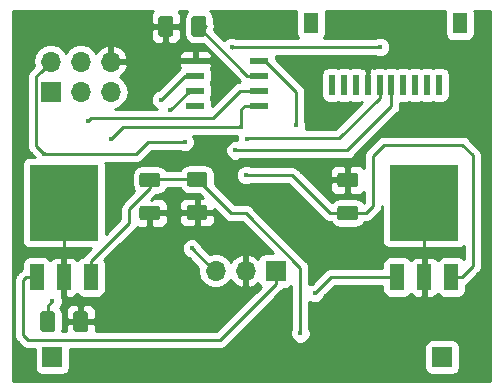
<source format=gbr>
G04 #@! TF.GenerationSoftware,KiCad,Pcbnew,(5.0.1)-rc2*
G04 #@! TF.CreationDate,2018-12-08T16:36:10-05:00*
G04 #@! TF.ProjectId,megadesk,6D6567616465736B2E6B696361645F70,rev?*
G04 #@! TF.SameCoordinates,Original*
G04 #@! TF.FileFunction,Copper,L1,Top,Signal*
G04 #@! TF.FilePolarity,Positive*
%FSLAX46Y46*%
G04 Gerber Fmt 4.6, Leading zero omitted, Abs format (unit mm)*
G04 Created by KiCad (PCBNEW (5.0.1)-rc2) date 2018-12-08 4:36:10 PM*
%MOMM*%
%LPD*%
G01*
G04 APERTURE LIST*
G04 #@! TA.AperFunction,SMDPad,CuDef*
%ADD10R,0.600000X1.700000*%
G04 #@! TD*
G04 #@! TA.AperFunction,SMDPad,CuDef*
%ADD11R,1.200000X1.800000*%
G04 #@! TD*
G04 #@! TA.AperFunction,SMDPad,CuDef*
%ADD12R,1.200000X2.200000*%
G04 #@! TD*
G04 #@! TA.AperFunction,SMDPad,CuDef*
%ADD13R,5.800000X6.400000*%
G04 #@! TD*
G04 #@! TA.AperFunction,Conductor*
%ADD14R,2.750000X3.050000*%
G04 #@! TD*
G04 #@! TA.AperFunction,ComponentPad*
%ADD15R,1.700000X1.700000*%
G04 #@! TD*
G04 #@! TA.AperFunction,ComponentPad*
%ADD16O,1.700000X1.700000*%
G04 #@! TD*
G04 #@! TA.AperFunction,SMDPad,CuDef*
%ADD17R,1.550000X0.600000*%
G04 #@! TD*
G04 #@! TA.AperFunction,Conductor*
%ADD18C,0.100000*%
G04 #@! TD*
G04 #@! TA.AperFunction,SMDPad,CuDef*
%ADD19C,1.250000*%
G04 #@! TD*
G04 #@! TA.AperFunction,ViaPad*
%ADD20C,0.450000*%
G04 #@! TD*
G04 #@! TA.AperFunction,Conductor*
%ADD21C,0.250000*%
G04 #@! TD*
G04 #@! TA.AperFunction,Conductor*
%ADD22C,0.254000*%
G04 #@! TD*
G04 APERTURE END LIST*
D10*
G04 #@! TO.P,J2,1*
G04 #@! TO.N,N/C*
X135400000Y-111550000D03*
G04 #@! TO.P,J2,2*
X134400000Y-111550000D03*
G04 #@! TO.P,J2,3*
X133400000Y-111550000D03*
G04 #@! TO.P,J2,4*
X132400000Y-111550000D03*
G04 #@! TO.P,J2,5*
G04 #@! TO.N,Bup*
X131400000Y-111550000D03*
G04 #@! TO.P,J2,6*
G04 #@! TO.N,Bdown*
X130400000Y-111550000D03*
G04 #@! TO.P,J2,7*
G04 #@! TO.N,GND*
X129400000Y-111550000D03*
G04 #@! TO.P,J2,8*
G04 #@! TO.N,N/C*
X128400000Y-111550000D03*
G04 #@! TO.P,J2,9*
X127400000Y-111550000D03*
G04 #@! TO.P,J2,10*
X126400000Y-111550000D03*
D11*
G04 #@! TO.P,J2,0*
X137200000Y-106300000D03*
X124600000Y-106300000D03*
G04 #@! TD*
D12*
G04 #@! TO.P,U2,1*
G04 #@! TO.N,+24V*
X131895000Y-127825000D03*
G04 #@! TO.P,U2,2*
G04 #@! TO.N,GND*
X134175000Y-127825000D03*
G04 #@! TO.P,U2,3*
G04 #@! TO.N,+5V*
X136455000Y-127825000D03*
D13*
G04 #@! TO.P,U2,2*
G04 #@! TO.N,GND*
X134175000Y-121525000D03*
D14*
G04 #@! TD*
G04 #@! TO.N,GND*
G04 #@! TO.C,U2*
X135700000Y-119850000D03*
G04 #@! TO.N,GND*
G04 #@! TO.C,U2*
X132650000Y-123200000D03*
X132650000Y-119850000D03*
X135700000Y-123200000D03*
G04 #@! TD*
D12*
G04 #@! TO.P,U1,1*
G04 #@! TO.N,+24V*
X101395000Y-127825000D03*
G04 #@! TO.P,U1,2*
G04 #@! TO.N,GND*
X103675000Y-127825000D03*
G04 #@! TO.P,U1,3*
G04 #@! TO.N,+12V*
X105955000Y-127825000D03*
D13*
G04 #@! TO.P,U1,2*
G04 #@! TO.N,GND*
X103675000Y-121525000D03*
D14*
G04 #@! TD*
G04 #@! TO.N,GND*
G04 #@! TO.C,U1*
X105200000Y-119850000D03*
G04 #@! TO.N,GND*
G04 #@! TO.C,U1*
X102150000Y-123200000D03*
X102150000Y-119850000D03*
X105200000Y-123200000D03*
G04 #@! TD*
D15*
G04 #@! TO.P,J1,1*
G04 #@! TO.N,+24V*
X121600000Y-127300000D03*
D16*
G04 #@! TO.P,J1,2*
G04 #@! TO.N,GND*
X119060000Y-127300000D03*
G04 #@! TO.P,J1,3*
G04 #@! TO.N,LINBUS*
X116520000Y-127300000D03*
G04 #@! TD*
D17*
G04 #@! TO.P,U4,1*
G04 #@! TO.N,Net-(R3-Pad2)*
X120200000Y-113305000D03*
G04 #@! TO.P,U4,2*
G04 #@! TO.N,Net-(R4-Pad1)*
X120200000Y-112035000D03*
G04 #@! TO.P,U4,3*
G04 #@! TO.N,Net-(R5-Pad1)*
X120200000Y-110765000D03*
G04 #@! TO.P,U4,4*
G04 #@! TO.N,Net-(U3-Pad12)*
X120200000Y-109495000D03*
G04 #@! TO.P,U4,5*
G04 #@! TO.N,GND*
X114800000Y-109495000D03*
G04 #@! TO.P,U4,6*
G04 #@! TO.N,LINBUS*
X114800000Y-110765000D03*
G04 #@! TO.P,U4,7*
G04 #@! TO.N,Net-(D1-Pad1)*
X114800000Y-112035000D03*
G04 #@! TO.P,U4,8*
G04 #@! TO.N,N/C*
X114800000Y-113305000D03*
G04 #@! TD*
D15*
G04 #@! TO.P,TP2,1*
G04 #@! TO.N,LINBUS*
X102700000Y-134600000D03*
G04 #@! TD*
G04 #@! TO.P,TP1,1*
G04 #@! TO.N,Net-(R3-Pad2)*
X135700000Y-134600000D03*
G04 #@! TD*
G04 #@! TO.P,CON1,1*
G04 #@! TO.N,MISO*
X102560000Y-112140000D03*
D16*
G04 #@! TO.P,CON1,2*
G04 #@! TO.N,+5V*
X102560000Y-109600000D03*
G04 #@! TO.P,CON1,3*
G04 #@! TO.N,SCK*
X105100000Y-112140000D03*
G04 #@! TO.P,CON1,4*
G04 #@! TO.N,MOSI*
X105100000Y-109600000D03*
G04 #@! TO.P,CON1,5*
G04 #@! TO.N,RST*
X107640000Y-112140000D03*
G04 #@! TO.P,CON1,6*
G04 #@! TO.N,GND*
X107640000Y-109600000D03*
G04 #@! TD*
D18*
G04 #@! TO.N,+12V*
G04 #@! TO.C,C2*
G36*
X111599504Y-118976204D02*
X111623773Y-118979804D01*
X111647571Y-118985765D01*
X111670671Y-118994030D01*
X111692849Y-119004520D01*
X111713893Y-119017133D01*
X111733598Y-119031747D01*
X111751777Y-119048223D01*
X111768253Y-119066402D01*
X111782867Y-119086107D01*
X111795480Y-119107151D01*
X111805970Y-119129329D01*
X111814235Y-119152429D01*
X111820196Y-119176227D01*
X111823796Y-119200496D01*
X111825000Y-119225000D01*
X111825000Y-119975000D01*
X111823796Y-119999504D01*
X111820196Y-120023773D01*
X111814235Y-120047571D01*
X111805970Y-120070671D01*
X111795480Y-120092849D01*
X111782867Y-120113893D01*
X111768253Y-120133598D01*
X111751777Y-120151777D01*
X111733598Y-120168253D01*
X111713893Y-120182867D01*
X111692849Y-120195480D01*
X111670671Y-120205970D01*
X111647571Y-120214235D01*
X111623773Y-120220196D01*
X111599504Y-120223796D01*
X111575000Y-120225000D01*
X110325000Y-120225000D01*
X110300496Y-120223796D01*
X110276227Y-120220196D01*
X110252429Y-120214235D01*
X110229329Y-120205970D01*
X110207151Y-120195480D01*
X110186107Y-120182867D01*
X110166402Y-120168253D01*
X110148223Y-120151777D01*
X110131747Y-120133598D01*
X110117133Y-120113893D01*
X110104520Y-120092849D01*
X110094030Y-120070671D01*
X110085765Y-120047571D01*
X110079804Y-120023773D01*
X110076204Y-119999504D01*
X110075000Y-119975000D01*
X110075000Y-119225000D01*
X110076204Y-119200496D01*
X110079804Y-119176227D01*
X110085765Y-119152429D01*
X110094030Y-119129329D01*
X110104520Y-119107151D01*
X110117133Y-119086107D01*
X110131747Y-119066402D01*
X110148223Y-119048223D01*
X110166402Y-119031747D01*
X110186107Y-119017133D01*
X110207151Y-119004520D01*
X110229329Y-118994030D01*
X110252429Y-118985765D01*
X110276227Y-118979804D01*
X110300496Y-118976204D01*
X110325000Y-118975000D01*
X111575000Y-118975000D01*
X111599504Y-118976204D01*
X111599504Y-118976204D01*
G37*
D19*
G04 #@! TD*
G04 #@! TO.P,C2,1*
G04 #@! TO.N,+12V*
X110950000Y-119600000D03*
D18*
G04 #@! TO.N,GND*
G04 #@! TO.C,C2*
G36*
X111599504Y-121776204D02*
X111623773Y-121779804D01*
X111647571Y-121785765D01*
X111670671Y-121794030D01*
X111692849Y-121804520D01*
X111713893Y-121817133D01*
X111733598Y-121831747D01*
X111751777Y-121848223D01*
X111768253Y-121866402D01*
X111782867Y-121886107D01*
X111795480Y-121907151D01*
X111805970Y-121929329D01*
X111814235Y-121952429D01*
X111820196Y-121976227D01*
X111823796Y-122000496D01*
X111825000Y-122025000D01*
X111825000Y-122775000D01*
X111823796Y-122799504D01*
X111820196Y-122823773D01*
X111814235Y-122847571D01*
X111805970Y-122870671D01*
X111795480Y-122892849D01*
X111782867Y-122913893D01*
X111768253Y-122933598D01*
X111751777Y-122951777D01*
X111733598Y-122968253D01*
X111713893Y-122982867D01*
X111692849Y-122995480D01*
X111670671Y-123005970D01*
X111647571Y-123014235D01*
X111623773Y-123020196D01*
X111599504Y-123023796D01*
X111575000Y-123025000D01*
X110325000Y-123025000D01*
X110300496Y-123023796D01*
X110276227Y-123020196D01*
X110252429Y-123014235D01*
X110229329Y-123005970D01*
X110207151Y-122995480D01*
X110186107Y-122982867D01*
X110166402Y-122968253D01*
X110148223Y-122951777D01*
X110131747Y-122933598D01*
X110117133Y-122913893D01*
X110104520Y-122892849D01*
X110094030Y-122870671D01*
X110085765Y-122847571D01*
X110079804Y-122823773D01*
X110076204Y-122799504D01*
X110075000Y-122775000D01*
X110075000Y-122025000D01*
X110076204Y-122000496D01*
X110079804Y-121976227D01*
X110085765Y-121952429D01*
X110094030Y-121929329D01*
X110104520Y-121907151D01*
X110117133Y-121886107D01*
X110131747Y-121866402D01*
X110148223Y-121848223D01*
X110166402Y-121831747D01*
X110186107Y-121817133D01*
X110207151Y-121804520D01*
X110229329Y-121794030D01*
X110252429Y-121785765D01*
X110276227Y-121779804D01*
X110300496Y-121776204D01*
X110325000Y-121775000D01*
X111575000Y-121775000D01*
X111599504Y-121776204D01*
X111599504Y-121776204D01*
G37*
D19*
G04 #@! TD*
G04 #@! TO.P,C2,2*
G04 #@! TO.N,GND*
X110950000Y-122400000D03*
D18*
G04 #@! TO.N,GND*
G04 #@! TO.C,C3*
G36*
X115599504Y-121726204D02*
X115623773Y-121729804D01*
X115647571Y-121735765D01*
X115670671Y-121744030D01*
X115692849Y-121754520D01*
X115713893Y-121767133D01*
X115733598Y-121781747D01*
X115751777Y-121798223D01*
X115768253Y-121816402D01*
X115782867Y-121836107D01*
X115795480Y-121857151D01*
X115805970Y-121879329D01*
X115814235Y-121902429D01*
X115820196Y-121926227D01*
X115823796Y-121950496D01*
X115825000Y-121975000D01*
X115825000Y-122725000D01*
X115823796Y-122749504D01*
X115820196Y-122773773D01*
X115814235Y-122797571D01*
X115805970Y-122820671D01*
X115795480Y-122842849D01*
X115782867Y-122863893D01*
X115768253Y-122883598D01*
X115751777Y-122901777D01*
X115733598Y-122918253D01*
X115713893Y-122932867D01*
X115692849Y-122945480D01*
X115670671Y-122955970D01*
X115647571Y-122964235D01*
X115623773Y-122970196D01*
X115599504Y-122973796D01*
X115575000Y-122975000D01*
X114325000Y-122975000D01*
X114300496Y-122973796D01*
X114276227Y-122970196D01*
X114252429Y-122964235D01*
X114229329Y-122955970D01*
X114207151Y-122945480D01*
X114186107Y-122932867D01*
X114166402Y-122918253D01*
X114148223Y-122901777D01*
X114131747Y-122883598D01*
X114117133Y-122863893D01*
X114104520Y-122842849D01*
X114094030Y-122820671D01*
X114085765Y-122797571D01*
X114079804Y-122773773D01*
X114076204Y-122749504D01*
X114075000Y-122725000D01*
X114075000Y-121975000D01*
X114076204Y-121950496D01*
X114079804Y-121926227D01*
X114085765Y-121902429D01*
X114094030Y-121879329D01*
X114104520Y-121857151D01*
X114117133Y-121836107D01*
X114131747Y-121816402D01*
X114148223Y-121798223D01*
X114166402Y-121781747D01*
X114186107Y-121767133D01*
X114207151Y-121754520D01*
X114229329Y-121744030D01*
X114252429Y-121735765D01*
X114276227Y-121729804D01*
X114300496Y-121726204D01*
X114325000Y-121725000D01*
X115575000Y-121725000D01*
X115599504Y-121726204D01*
X115599504Y-121726204D01*
G37*
D19*
G04 #@! TD*
G04 #@! TO.P,C3,2*
G04 #@! TO.N,GND*
X114950000Y-122350000D03*
D18*
G04 #@! TO.N,+12V*
G04 #@! TO.C,C3*
G36*
X115599504Y-118926204D02*
X115623773Y-118929804D01*
X115647571Y-118935765D01*
X115670671Y-118944030D01*
X115692849Y-118954520D01*
X115713893Y-118967133D01*
X115733598Y-118981747D01*
X115751777Y-118998223D01*
X115768253Y-119016402D01*
X115782867Y-119036107D01*
X115795480Y-119057151D01*
X115805970Y-119079329D01*
X115814235Y-119102429D01*
X115820196Y-119126227D01*
X115823796Y-119150496D01*
X115825000Y-119175000D01*
X115825000Y-119925000D01*
X115823796Y-119949504D01*
X115820196Y-119973773D01*
X115814235Y-119997571D01*
X115805970Y-120020671D01*
X115795480Y-120042849D01*
X115782867Y-120063893D01*
X115768253Y-120083598D01*
X115751777Y-120101777D01*
X115733598Y-120118253D01*
X115713893Y-120132867D01*
X115692849Y-120145480D01*
X115670671Y-120155970D01*
X115647571Y-120164235D01*
X115623773Y-120170196D01*
X115599504Y-120173796D01*
X115575000Y-120175000D01*
X114325000Y-120175000D01*
X114300496Y-120173796D01*
X114276227Y-120170196D01*
X114252429Y-120164235D01*
X114229329Y-120155970D01*
X114207151Y-120145480D01*
X114186107Y-120132867D01*
X114166402Y-120118253D01*
X114148223Y-120101777D01*
X114131747Y-120083598D01*
X114117133Y-120063893D01*
X114104520Y-120042849D01*
X114094030Y-120020671D01*
X114085765Y-119997571D01*
X114079804Y-119973773D01*
X114076204Y-119949504D01*
X114075000Y-119925000D01*
X114075000Y-119175000D01*
X114076204Y-119150496D01*
X114079804Y-119126227D01*
X114085765Y-119102429D01*
X114094030Y-119079329D01*
X114104520Y-119057151D01*
X114117133Y-119036107D01*
X114131747Y-119016402D01*
X114148223Y-118998223D01*
X114166402Y-118981747D01*
X114186107Y-118967133D01*
X114207151Y-118954520D01*
X114229329Y-118944030D01*
X114252429Y-118935765D01*
X114276227Y-118929804D01*
X114300496Y-118926204D01*
X114325000Y-118925000D01*
X115575000Y-118925000D01*
X115599504Y-118926204D01*
X115599504Y-118926204D01*
G37*
D19*
G04 #@! TD*
G04 #@! TO.P,C3,1*
G04 #@! TO.N,+12V*
X114950000Y-119550000D03*
D18*
G04 #@! TO.N,GND*
G04 #@! TO.C,C4*
G36*
X105499504Y-130726204D02*
X105523773Y-130729804D01*
X105547571Y-130735765D01*
X105570671Y-130744030D01*
X105592849Y-130754520D01*
X105613893Y-130767133D01*
X105633598Y-130781747D01*
X105651777Y-130798223D01*
X105668253Y-130816402D01*
X105682867Y-130836107D01*
X105695480Y-130857151D01*
X105705970Y-130879329D01*
X105714235Y-130902429D01*
X105720196Y-130926227D01*
X105723796Y-130950496D01*
X105725000Y-130975000D01*
X105725000Y-132225000D01*
X105723796Y-132249504D01*
X105720196Y-132273773D01*
X105714235Y-132297571D01*
X105705970Y-132320671D01*
X105695480Y-132342849D01*
X105682867Y-132363893D01*
X105668253Y-132383598D01*
X105651777Y-132401777D01*
X105633598Y-132418253D01*
X105613893Y-132432867D01*
X105592849Y-132445480D01*
X105570671Y-132455970D01*
X105547571Y-132464235D01*
X105523773Y-132470196D01*
X105499504Y-132473796D01*
X105475000Y-132475000D01*
X104725000Y-132475000D01*
X104700496Y-132473796D01*
X104676227Y-132470196D01*
X104652429Y-132464235D01*
X104629329Y-132455970D01*
X104607151Y-132445480D01*
X104586107Y-132432867D01*
X104566402Y-132418253D01*
X104548223Y-132401777D01*
X104531747Y-132383598D01*
X104517133Y-132363893D01*
X104504520Y-132342849D01*
X104494030Y-132320671D01*
X104485765Y-132297571D01*
X104479804Y-132273773D01*
X104476204Y-132249504D01*
X104475000Y-132225000D01*
X104475000Y-130975000D01*
X104476204Y-130950496D01*
X104479804Y-130926227D01*
X104485765Y-130902429D01*
X104494030Y-130879329D01*
X104504520Y-130857151D01*
X104517133Y-130836107D01*
X104531747Y-130816402D01*
X104548223Y-130798223D01*
X104566402Y-130781747D01*
X104586107Y-130767133D01*
X104607151Y-130754520D01*
X104629329Y-130744030D01*
X104652429Y-130735765D01*
X104676227Y-130729804D01*
X104700496Y-130726204D01*
X104725000Y-130725000D01*
X105475000Y-130725000D01*
X105499504Y-130726204D01*
X105499504Y-130726204D01*
G37*
D19*
G04 #@! TD*
G04 #@! TO.P,C4,2*
G04 #@! TO.N,GND*
X105100000Y-131600000D03*
D18*
G04 #@! TO.N,+5V*
G04 #@! TO.C,C4*
G36*
X102699504Y-130726204D02*
X102723773Y-130729804D01*
X102747571Y-130735765D01*
X102770671Y-130744030D01*
X102792849Y-130754520D01*
X102813893Y-130767133D01*
X102833598Y-130781747D01*
X102851777Y-130798223D01*
X102868253Y-130816402D01*
X102882867Y-130836107D01*
X102895480Y-130857151D01*
X102905970Y-130879329D01*
X102914235Y-130902429D01*
X102920196Y-130926227D01*
X102923796Y-130950496D01*
X102925000Y-130975000D01*
X102925000Y-132225000D01*
X102923796Y-132249504D01*
X102920196Y-132273773D01*
X102914235Y-132297571D01*
X102905970Y-132320671D01*
X102895480Y-132342849D01*
X102882867Y-132363893D01*
X102868253Y-132383598D01*
X102851777Y-132401777D01*
X102833598Y-132418253D01*
X102813893Y-132432867D01*
X102792849Y-132445480D01*
X102770671Y-132455970D01*
X102747571Y-132464235D01*
X102723773Y-132470196D01*
X102699504Y-132473796D01*
X102675000Y-132475000D01*
X101925000Y-132475000D01*
X101900496Y-132473796D01*
X101876227Y-132470196D01*
X101852429Y-132464235D01*
X101829329Y-132455970D01*
X101807151Y-132445480D01*
X101786107Y-132432867D01*
X101766402Y-132418253D01*
X101748223Y-132401777D01*
X101731747Y-132383598D01*
X101717133Y-132363893D01*
X101704520Y-132342849D01*
X101694030Y-132320671D01*
X101685765Y-132297571D01*
X101679804Y-132273773D01*
X101676204Y-132249504D01*
X101675000Y-132225000D01*
X101675000Y-130975000D01*
X101676204Y-130950496D01*
X101679804Y-130926227D01*
X101685765Y-130902429D01*
X101694030Y-130879329D01*
X101704520Y-130857151D01*
X101717133Y-130836107D01*
X101731747Y-130816402D01*
X101748223Y-130798223D01*
X101766402Y-130781747D01*
X101786107Y-130767133D01*
X101807151Y-130754520D01*
X101829329Y-130744030D01*
X101852429Y-130735765D01*
X101876227Y-130729804D01*
X101900496Y-130726204D01*
X101925000Y-130725000D01*
X102675000Y-130725000D01*
X102699504Y-130726204D01*
X102699504Y-130726204D01*
G37*
D19*
G04 #@! TD*
G04 #@! TO.P,C4,1*
G04 #@! TO.N,+5V*
X102300000Y-131600000D03*
D18*
G04 #@! TO.N,GND*
G04 #@! TO.C,C5*
G36*
X128349504Y-118976204D02*
X128373773Y-118979804D01*
X128397571Y-118985765D01*
X128420671Y-118994030D01*
X128442849Y-119004520D01*
X128463893Y-119017133D01*
X128483598Y-119031747D01*
X128501777Y-119048223D01*
X128518253Y-119066402D01*
X128532867Y-119086107D01*
X128545480Y-119107151D01*
X128555970Y-119129329D01*
X128564235Y-119152429D01*
X128570196Y-119176227D01*
X128573796Y-119200496D01*
X128575000Y-119225000D01*
X128575000Y-119975000D01*
X128573796Y-119999504D01*
X128570196Y-120023773D01*
X128564235Y-120047571D01*
X128555970Y-120070671D01*
X128545480Y-120092849D01*
X128532867Y-120113893D01*
X128518253Y-120133598D01*
X128501777Y-120151777D01*
X128483598Y-120168253D01*
X128463893Y-120182867D01*
X128442849Y-120195480D01*
X128420671Y-120205970D01*
X128397571Y-120214235D01*
X128373773Y-120220196D01*
X128349504Y-120223796D01*
X128325000Y-120225000D01*
X127075000Y-120225000D01*
X127050496Y-120223796D01*
X127026227Y-120220196D01*
X127002429Y-120214235D01*
X126979329Y-120205970D01*
X126957151Y-120195480D01*
X126936107Y-120182867D01*
X126916402Y-120168253D01*
X126898223Y-120151777D01*
X126881747Y-120133598D01*
X126867133Y-120113893D01*
X126854520Y-120092849D01*
X126844030Y-120070671D01*
X126835765Y-120047571D01*
X126829804Y-120023773D01*
X126826204Y-119999504D01*
X126825000Y-119975000D01*
X126825000Y-119225000D01*
X126826204Y-119200496D01*
X126829804Y-119176227D01*
X126835765Y-119152429D01*
X126844030Y-119129329D01*
X126854520Y-119107151D01*
X126867133Y-119086107D01*
X126881747Y-119066402D01*
X126898223Y-119048223D01*
X126916402Y-119031747D01*
X126936107Y-119017133D01*
X126957151Y-119004520D01*
X126979329Y-118994030D01*
X127002429Y-118985765D01*
X127026227Y-118979804D01*
X127050496Y-118976204D01*
X127075000Y-118975000D01*
X128325000Y-118975000D01*
X128349504Y-118976204D01*
X128349504Y-118976204D01*
G37*
D19*
G04 #@! TD*
G04 #@! TO.P,C5,2*
G04 #@! TO.N,GND*
X127700000Y-119600000D03*
D18*
G04 #@! TO.N,+5V*
G04 #@! TO.C,C5*
G36*
X128349504Y-121776204D02*
X128373773Y-121779804D01*
X128397571Y-121785765D01*
X128420671Y-121794030D01*
X128442849Y-121804520D01*
X128463893Y-121817133D01*
X128483598Y-121831747D01*
X128501777Y-121848223D01*
X128518253Y-121866402D01*
X128532867Y-121886107D01*
X128545480Y-121907151D01*
X128555970Y-121929329D01*
X128564235Y-121952429D01*
X128570196Y-121976227D01*
X128573796Y-122000496D01*
X128575000Y-122025000D01*
X128575000Y-122775000D01*
X128573796Y-122799504D01*
X128570196Y-122823773D01*
X128564235Y-122847571D01*
X128555970Y-122870671D01*
X128545480Y-122892849D01*
X128532867Y-122913893D01*
X128518253Y-122933598D01*
X128501777Y-122951777D01*
X128483598Y-122968253D01*
X128463893Y-122982867D01*
X128442849Y-122995480D01*
X128420671Y-123005970D01*
X128397571Y-123014235D01*
X128373773Y-123020196D01*
X128349504Y-123023796D01*
X128325000Y-123025000D01*
X127075000Y-123025000D01*
X127050496Y-123023796D01*
X127026227Y-123020196D01*
X127002429Y-123014235D01*
X126979329Y-123005970D01*
X126957151Y-122995480D01*
X126936107Y-122982867D01*
X126916402Y-122968253D01*
X126898223Y-122951777D01*
X126881747Y-122933598D01*
X126867133Y-122913893D01*
X126854520Y-122892849D01*
X126844030Y-122870671D01*
X126835765Y-122847571D01*
X126829804Y-122823773D01*
X126826204Y-122799504D01*
X126825000Y-122775000D01*
X126825000Y-122025000D01*
X126826204Y-122000496D01*
X126829804Y-121976227D01*
X126835765Y-121952429D01*
X126844030Y-121929329D01*
X126854520Y-121907151D01*
X126867133Y-121886107D01*
X126881747Y-121866402D01*
X126898223Y-121848223D01*
X126916402Y-121831747D01*
X126936107Y-121817133D01*
X126957151Y-121804520D01*
X126979329Y-121794030D01*
X127002429Y-121785765D01*
X127026227Y-121779804D01*
X127050496Y-121776204D01*
X127075000Y-121775000D01*
X128325000Y-121775000D01*
X128349504Y-121776204D01*
X128349504Y-121776204D01*
G37*
D19*
G04 #@! TD*
G04 #@! TO.P,C5,1*
G04 #@! TO.N,+5V*
X127700000Y-122400000D03*
D18*
G04 #@! TO.N,GND*
G04 #@! TO.C,R5*
G36*
X112699504Y-105726204D02*
X112723773Y-105729804D01*
X112747571Y-105735765D01*
X112770671Y-105744030D01*
X112792849Y-105754520D01*
X112813893Y-105767133D01*
X112833598Y-105781747D01*
X112851777Y-105798223D01*
X112868253Y-105816402D01*
X112882867Y-105836107D01*
X112895480Y-105857151D01*
X112905970Y-105879329D01*
X112914235Y-105902429D01*
X112920196Y-105926227D01*
X112923796Y-105950496D01*
X112925000Y-105975000D01*
X112925000Y-107225000D01*
X112923796Y-107249504D01*
X112920196Y-107273773D01*
X112914235Y-107297571D01*
X112905970Y-107320671D01*
X112895480Y-107342849D01*
X112882867Y-107363893D01*
X112868253Y-107383598D01*
X112851777Y-107401777D01*
X112833598Y-107418253D01*
X112813893Y-107432867D01*
X112792849Y-107445480D01*
X112770671Y-107455970D01*
X112747571Y-107464235D01*
X112723773Y-107470196D01*
X112699504Y-107473796D01*
X112675000Y-107475000D01*
X111925000Y-107475000D01*
X111900496Y-107473796D01*
X111876227Y-107470196D01*
X111852429Y-107464235D01*
X111829329Y-107455970D01*
X111807151Y-107445480D01*
X111786107Y-107432867D01*
X111766402Y-107418253D01*
X111748223Y-107401777D01*
X111731747Y-107383598D01*
X111717133Y-107363893D01*
X111704520Y-107342849D01*
X111694030Y-107320671D01*
X111685765Y-107297571D01*
X111679804Y-107273773D01*
X111676204Y-107249504D01*
X111675000Y-107225000D01*
X111675000Y-105975000D01*
X111676204Y-105950496D01*
X111679804Y-105926227D01*
X111685765Y-105902429D01*
X111694030Y-105879329D01*
X111704520Y-105857151D01*
X111717133Y-105836107D01*
X111731747Y-105816402D01*
X111748223Y-105798223D01*
X111766402Y-105781747D01*
X111786107Y-105767133D01*
X111807151Y-105754520D01*
X111829329Y-105744030D01*
X111852429Y-105735765D01*
X111876227Y-105729804D01*
X111900496Y-105726204D01*
X111925000Y-105725000D01*
X112675000Y-105725000D01*
X112699504Y-105726204D01*
X112699504Y-105726204D01*
G37*
D19*
G04 #@! TD*
G04 #@! TO.P,R5,2*
G04 #@! TO.N,GND*
X112300000Y-106600000D03*
D18*
G04 #@! TO.N,Net-(R5-Pad1)*
G04 #@! TO.C,R5*
G36*
X115499504Y-105726204D02*
X115523773Y-105729804D01*
X115547571Y-105735765D01*
X115570671Y-105744030D01*
X115592849Y-105754520D01*
X115613893Y-105767133D01*
X115633598Y-105781747D01*
X115651777Y-105798223D01*
X115668253Y-105816402D01*
X115682867Y-105836107D01*
X115695480Y-105857151D01*
X115705970Y-105879329D01*
X115714235Y-105902429D01*
X115720196Y-105926227D01*
X115723796Y-105950496D01*
X115725000Y-105975000D01*
X115725000Y-107225000D01*
X115723796Y-107249504D01*
X115720196Y-107273773D01*
X115714235Y-107297571D01*
X115705970Y-107320671D01*
X115695480Y-107342849D01*
X115682867Y-107363893D01*
X115668253Y-107383598D01*
X115651777Y-107401777D01*
X115633598Y-107418253D01*
X115613893Y-107432867D01*
X115592849Y-107445480D01*
X115570671Y-107455970D01*
X115547571Y-107464235D01*
X115523773Y-107470196D01*
X115499504Y-107473796D01*
X115475000Y-107475000D01*
X114725000Y-107475000D01*
X114700496Y-107473796D01*
X114676227Y-107470196D01*
X114652429Y-107464235D01*
X114629329Y-107455970D01*
X114607151Y-107445480D01*
X114586107Y-107432867D01*
X114566402Y-107418253D01*
X114548223Y-107401777D01*
X114531747Y-107383598D01*
X114517133Y-107363893D01*
X114504520Y-107342849D01*
X114494030Y-107320671D01*
X114485765Y-107297571D01*
X114479804Y-107273773D01*
X114476204Y-107249504D01*
X114475000Y-107225000D01*
X114475000Y-105975000D01*
X114476204Y-105950496D01*
X114479804Y-105926227D01*
X114485765Y-105902429D01*
X114494030Y-105879329D01*
X114504520Y-105857151D01*
X114517133Y-105836107D01*
X114531747Y-105816402D01*
X114548223Y-105798223D01*
X114566402Y-105781747D01*
X114586107Y-105767133D01*
X114607151Y-105754520D01*
X114629329Y-105744030D01*
X114652429Y-105735765D01*
X114676227Y-105729804D01*
X114700496Y-105726204D01*
X114725000Y-105725000D01*
X115475000Y-105725000D01*
X115499504Y-105726204D01*
X115499504Y-105726204D01*
G37*
D19*
G04 #@! TD*
G04 #@! TO.P,R5,1*
G04 #@! TO.N,Net-(R5-Pad1)*
X115100000Y-106600000D03*
D20*
G04 #@! TO.N,+5V*
X102000000Y-117400000D03*
X113900000Y-116400000D03*
X119100000Y-119200000D03*
X102700000Y-129850000D03*
G04 #@! TO.N,GND*
X118200000Y-111350000D03*
X122450000Y-105850000D03*
G04 #@! TO.N,+12V*
X123700000Y-132600000D03*
G04 #@! TO.N,LINBUS*
X111900000Y-112800000D03*
X114500000Y-125400000D03*
G04 #@! TO.N,+24V*
X124900000Y-129200000D03*
G04 #@! TO.N,Net-(U3-Pad12)*
X123352840Y-114990696D03*
G04 #@! TO.N,Net-(D1-Pad1)*
X112700000Y-113669537D03*
G04 #@! TO.N,Net-(R3-Pad2)*
X107700000Y-116100000D03*
X118700000Y-115100000D03*
G04 #@! TO.N,Net-(R4-Pad1)*
X105700000Y-114600000D03*
G04 #@! TO.N,Bup*
X118200000Y-117100000D03*
G04 #@! TO.N,Bdown*
X119200000Y-116100000D03*
G04 #@! TO.N,Net-(BZ1-Pad1)*
X117875000Y-108350000D03*
X130450000Y-108350000D03*
G04 #@! TD*
D21*
G04 #@! TO.N,+5V*
X113900000Y-116400000D02*
X110789998Y-116400000D01*
X110789998Y-116400000D02*
X109789998Y-117400000D01*
X109789998Y-117400000D02*
X102000000Y-117400000D01*
X126174972Y-122400000D02*
X122974972Y-119200000D01*
X129867147Y-121820933D02*
X129288080Y-122400000D01*
X129867147Y-117538067D02*
X129867147Y-121820933D01*
X137355000Y-127825000D02*
X138280825Y-126899175D01*
X136455000Y-127825000D02*
X137355000Y-127825000D01*
X138280825Y-126899175D02*
X138280825Y-117512725D01*
X129288080Y-122400000D02*
X126174972Y-122400000D01*
X138280825Y-117512725D02*
X137393841Y-116625741D01*
X137393841Y-116625741D02*
X130779473Y-116625741D01*
X122974972Y-119200000D02*
X119100000Y-119200000D01*
X130779473Y-116625741D02*
X129867147Y-117538067D01*
X102300000Y-131600000D02*
X102300000Y-130250000D01*
X102300000Y-130250000D02*
X102700000Y-129850000D01*
X101334999Y-116734999D02*
X101334999Y-110825001D01*
X102000000Y-117400000D02*
X101334999Y-116734999D01*
X101334999Y-110825001D02*
X101710001Y-110449999D01*
X101710001Y-110449999D02*
X102560000Y-109600000D01*
G04 #@! TO.N,GND*
X103675000Y-121525000D02*
X103675000Y-127825000D01*
X134175000Y-121525000D02*
X134175000Y-127825000D01*
G04 #@! TO.N,+12V*
X105955000Y-126475000D02*
X105955000Y-127825000D01*
X109200000Y-123230000D02*
X105955000Y-126475000D01*
X109200000Y-122075000D02*
X109200000Y-123230000D01*
X110950000Y-119600000D02*
X110950000Y-120325000D01*
X110950000Y-120325000D02*
X109200000Y-122075000D01*
X111000000Y-119550000D02*
X110950000Y-119600000D01*
X114950000Y-119550000D02*
X111000000Y-119550000D01*
X123700000Y-127024998D02*
X123700000Y-132600000D01*
X119110001Y-122434999D02*
X123700000Y-127024998D01*
X114950000Y-119550000D02*
X117834999Y-122434999D01*
X117834999Y-122434999D02*
X119110001Y-122434999D01*
G04 #@! TO.N,LINBUS*
X111900000Y-112800000D02*
X113935000Y-110765000D01*
X113935000Y-110765000D02*
X114800000Y-110765000D01*
X116520000Y-127300000D02*
X116400000Y-127300000D01*
X116400000Y-127300000D02*
X114500000Y-125400000D01*
G04 #@! TO.N,+24V*
X121600000Y-127300000D02*
X121600000Y-128450000D01*
X121600000Y-128450000D02*
X116909369Y-133140631D01*
X116909369Y-133140631D02*
X100630629Y-133140631D01*
X100630629Y-133140631D02*
X100237793Y-132747795D01*
X100237793Y-132747795D02*
X100237793Y-128082207D01*
X100237793Y-128082207D02*
X100495000Y-127825000D01*
X100495000Y-127825000D02*
X101395000Y-127825000D01*
X124900000Y-129200000D02*
X126275000Y-127825000D01*
X126275000Y-127825000D02*
X131895000Y-127825000D01*
X131525000Y-127825000D02*
X131895000Y-127825000D01*
G04 #@! TO.N,Net-(U3-Pad12)*
X123352840Y-112172840D02*
X123352840Y-114990696D01*
X120675000Y-109495000D02*
X123352840Y-112172840D01*
X120200000Y-109495000D02*
X120675000Y-109495000D01*
G04 #@! TO.N,Net-(R5-Pad1)*
X114700000Y-106780498D02*
X114700000Y-106600000D01*
X115409814Y-106890186D02*
X115700000Y-106600000D01*
X115100000Y-106690000D02*
X115100000Y-106600000D01*
X119175000Y-110765000D02*
X115100000Y-106690000D01*
X120200000Y-110765000D02*
X119175000Y-110765000D01*
G04 #@! TO.N,Net-(D1-Pad1)*
X114800000Y-112035000D02*
X114325000Y-112035000D01*
X112700000Y-113660000D02*
X112700000Y-113669537D01*
X114325000Y-112035000D02*
X112700000Y-113660000D01*
G04 #@! TO.N,Net-(R3-Pad2)*
X107700000Y-116100000D02*
X108700000Y-115100000D01*
X108700000Y-115100000D02*
X118700000Y-115100000D01*
X118700000Y-113600000D02*
X118995000Y-113305000D01*
X118995000Y-113305000D02*
X120200000Y-113305000D01*
X118700000Y-115100000D02*
X118700000Y-113600000D01*
G04 #@! TO.N,Net-(R4-Pad1)*
X120200000Y-112035000D02*
X118593542Y-112035000D01*
X118593542Y-112035000D02*
X116283995Y-114344547D01*
X116283995Y-114344547D02*
X105955453Y-114344547D01*
X105955453Y-114344547D02*
X105700000Y-114600000D01*
G04 #@! TO.N,Bup*
X131400000Y-111550000D02*
X131400000Y-113369604D01*
X131400000Y-113369604D02*
X127669604Y-117100000D01*
X127669604Y-117100000D02*
X118200000Y-117100000D01*
G04 #@! TO.N,Bdown*
X130400000Y-111550000D02*
X130400000Y-112650000D01*
X130400000Y-112650000D02*
X126962069Y-116087931D01*
X126962069Y-116087931D02*
X119212069Y-116087931D01*
X119212069Y-116087931D02*
X119200000Y-116100000D01*
G04 #@! TO.N,Net-(BZ1-Pad1)*
X117950000Y-108425000D02*
X117875000Y-108350000D01*
X117875000Y-108350000D02*
X130450000Y-108350000D01*
G04 #@! TD*
D22*
G04 #@! TO.N,GND*
G36*
X111136673Y-105365301D02*
X111040000Y-105598690D01*
X111040000Y-106314250D01*
X111198750Y-106473000D01*
X112173000Y-106473000D01*
X112173000Y-106453000D01*
X112427000Y-106453000D01*
X112427000Y-106473000D01*
X113401250Y-106473000D01*
X113560000Y-106314250D01*
X113560000Y-105598690D01*
X113463327Y-105365301D01*
X113408026Y-105310000D01*
X114135932Y-105310000D01*
X114090414Y-105340414D01*
X113895874Y-105631565D01*
X113827560Y-105975000D01*
X113827560Y-107225000D01*
X113895874Y-107568435D01*
X114090414Y-107859586D01*
X114381565Y-108054126D01*
X114725000Y-108122440D01*
X115457639Y-108122440D01*
X118584671Y-111249473D01*
X118591986Y-111260421D01*
X118518694Y-111275000D01*
X118518690Y-111275000D01*
X118345147Y-111309520D01*
X118297004Y-111319096D01*
X118178990Y-111397951D01*
X118045613Y-111487071D01*
X118003213Y-111550527D01*
X116222440Y-113331301D01*
X116222440Y-113005000D01*
X116173157Y-112757235D01*
X116114868Y-112670000D01*
X116173157Y-112582765D01*
X116222440Y-112335000D01*
X116222440Y-111735000D01*
X116173157Y-111487235D01*
X116114868Y-111400000D01*
X116173157Y-111312765D01*
X116222440Y-111065000D01*
X116222440Y-110465000D01*
X116173157Y-110217235D01*
X116120232Y-110138028D01*
X116210000Y-109921310D01*
X116210000Y-109780750D01*
X116051250Y-109622000D01*
X114927000Y-109622000D01*
X114927000Y-109642000D01*
X114673000Y-109642000D01*
X114673000Y-109622000D01*
X113548750Y-109622000D01*
X113390000Y-109780750D01*
X113390000Y-109921310D01*
X113479768Y-110138028D01*
X113459120Y-110168929D01*
X113387071Y-110217071D01*
X113344671Y-110280527D01*
X111654272Y-111970926D01*
X111412849Y-112070928D01*
X111170928Y-112312849D01*
X111040000Y-112628935D01*
X111040000Y-112971065D01*
X111170928Y-113287151D01*
X111412849Y-113529072D01*
X111546777Y-113584547D01*
X107989628Y-113584547D01*
X108219418Y-113538839D01*
X108710625Y-113210625D01*
X109038839Y-112719418D01*
X109154092Y-112140000D01*
X109038839Y-111560582D01*
X108710625Y-111069375D01*
X108410214Y-110868647D01*
X108835183Y-110481358D01*
X109081486Y-109956892D01*
X108960819Y-109727000D01*
X107767000Y-109727000D01*
X107767000Y-109747000D01*
X107513000Y-109747000D01*
X107513000Y-109727000D01*
X107493000Y-109727000D01*
X107493000Y-109473000D01*
X107513000Y-109473000D01*
X107513000Y-108279845D01*
X107767000Y-108279845D01*
X107767000Y-109473000D01*
X108960819Y-109473000D01*
X109081486Y-109243108D01*
X108999575Y-109068690D01*
X113390000Y-109068690D01*
X113390000Y-109209250D01*
X113548750Y-109368000D01*
X114673000Y-109368000D01*
X114673000Y-108718750D01*
X114927000Y-108718750D01*
X114927000Y-109368000D01*
X116051250Y-109368000D01*
X116210000Y-109209250D01*
X116210000Y-109068690D01*
X116113327Y-108835301D01*
X115934698Y-108656673D01*
X115701309Y-108560000D01*
X115085750Y-108560000D01*
X114927000Y-108718750D01*
X114673000Y-108718750D01*
X114514250Y-108560000D01*
X113898691Y-108560000D01*
X113665302Y-108656673D01*
X113486673Y-108835301D01*
X113390000Y-109068690D01*
X108999575Y-109068690D01*
X108835183Y-108718642D01*
X108406924Y-108328355D01*
X107996890Y-108158524D01*
X107767000Y-108279845D01*
X107513000Y-108279845D01*
X107283110Y-108158524D01*
X106873076Y-108328355D01*
X106444817Y-108718642D01*
X106383843Y-108848478D01*
X106170625Y-108529375D01*
X105679418Y-108201161D01*
X105246256Y-108115000D01*
X104953744Y-108115000D01*
X104520582Y-108201161D01*
X104029375Y-108529375D01*
X103830000Y-108827761D01*
X103630625Y-108529375D01*
X103139418Y-108201161D01*
X102706256Y-108115000D01*
X102413744Y-108115000D01*
X101980582Y-108201161D01*
X101489375Y-108529375D01*
X101161161Y-109020582D01*
X101045908Y-109600000D01*
X101118791Y-109966408D01*
X100850527Y-110234672D01*
X100787071Y-110277072D01*
X100744671Y-110340528D01*
X100744670Y-110340529D01*
X100619096Y-110528464D01*
X100560111Y-110825001D01*
X100575000Y-110899853D01*
X100574999Y-116660152D01*
X100560111Y-116734999D01*
X100574999Y-116809846D01*
X100574999Y-116809850D01*
X100619095Y-117031535D01*
X100787070Y-117282928D01*
X100850528Y-117325329D01*
X101170927Y-117645729D01*
X101189265Y-117690000D01*
X100648690Y-117690000D01*
X100415301Y-117786673D01*
X100236673Y-117965302D01*
X100140000Y-118198691D01*
X100140000Y-121501309D01*
X100149813Y-121525000D01*
X100140000Y-121548691D01*
X100140000Y-124851309D01*
X100236673Y-125084698D01*
X100415301Y-125263327D01*
X100648690Y-125360000D01*
X103651310Y-125360000D01*
X103675000Y-125350187D01*
X103698690Y-125360000D01*
X105995199Y-125360000D01*
X105470530Y-125884669D01*
X105407071Y-125927071D01*
X105299086Y-126088682D01*
X105107235Y-126126843D01*
X104897191Y-126267191D01*
X104820333Y-126382216D01*
X104813327Y-126365302D01*
X104634699Y-126186673D01*
X104401310Y-126090000D01*
X103960750Y-126090000D01*
X103802000Y-126248750D01*
X103802000Y-127698000D01*
X103822000Y-127698000D01*
X103822000Y-127952000D01*
X103802000Y-127952000D01*
X103802000Y-129401250D01*
X103960750Y-129560000D01*
X104401310Y-129560000D01*
X104634699Y-129463327D01*
X104813327Y-129284698D01*
X104820333Y-129267784D01*
X104897191Y-129382809D01*
X105107235Y-129523157D01*
X105355000Y-129572440D01*
X106555000Y-129572440D01*
X106802765Y-129523157D01*
X107012809Y-129382809D01*
X107153157Y-129172765D01*
X107202440Y-128925000D01*
X107202440Y-126725000D01*
X107153157Y-126477235D01*
X107102852Y-126401949D01*
X108275866Y-125228935D01*
X113640000Y-125228935D01*
X113640000Y-125571065D01*
X113770928Y-125887151D01*
X114012849Y-126129072D01*
X114254272Y-126229073D01*
X115058882Y-127033683D01*
X115005908Y-127300000D01*
X115121161Y-127879418D01*
X115449375Y-128370625D01*
X115940582Y-128698839D01*
X116373744Y-128785000D01*
X116666256Y-128785000D01*
X117099418Y-128698839D01*
X117590625Y-128370625D01*
X117803843Y-128051522D01*
X117864817Y-128181358D01*
X118293076Y-128571645D01*
X118703110Y-128741476D01*
X118933000Y-128620155D01*
X118933000Y-127427000D01*
X118913000Y-127427000D01*
X118913000Y-127173000D01*
X118933000Y-127173000D01*
X118933000Y-125979845D01*
X118703110Y-125858524D01*
X118293076Y-126028355D01*
X117864817Y-126418642D01*
X117803843Y-126548478D01*
X117590625Y-126229375D01*
X117099418Y-125901161D01*
X116666256Y-125815000D01*
X116373744Y-125815000D01*
X116053502Y-125878700D01*
X115329073Y-125154272D01*
X115229072Y-124912849D01*
X114987151Y-124670928D01*
X114671065Y-124540000D01*
X114328935Y-124540000D01*
X114012849Y-124670928D01*
X113770928Y-124912849D01*
X113640000Y-125228935D01*
X108275866Y-125228935D01*
X109684473Y-123820329D01*
X109747929Y-123777929D01*
X109853165Y-123620432D01*
X109948690Y-123660000D01*
X110664250Y-123660000D01*
X110823000Y-123501250D01*
X110823000Y-122527000D01*
X111077000Y-122527000D01*
X111077000Y-123501250D01*
X111235750Y-123660000D01*
X111951310Y-123660000D01*
X112184699Y-123563327D01*
X112363327Y-123384698D01*
X112460000Y-123151309D01*
X112460000Y-122685750D01*
X112410000Y-122635750D01*
X113440000Y-122635750D01*
X113440000Y-123101309D01*
X113536673Y-123334698D01*
X113715301Y-123513327D01*
X113948690Y-123610000D01*
X114664250Y-123610000D01*
X114823000Y-123451250D01*
X114823000Y-122477000D01*
X115077000Y-122477000D01*
X115077000Y-123451250D01*
X115235750Y-123610000D01*
X115951310Y-123610000D01*
X116184699Y-123513327D01*
X116363327Y-123334698D01*
X116460000Y-123101309D01*
X116460000Y-122635750D01*
X116301250Y-122477000D01*
X115077000Y-122477000D01*
X114823000Y-122477000D01*
X113598750Y-122477000D01*
X113440000Y-122635750D01*
X112410000Y-122635750D01*
X112301250Y-122527000D01*
X111077000Y-122527000D01*
X110823000Y-122527000D01*
X110803000Y-122527000D01*
X110803000Y-122273000D01*
X110823000Y-122273000D01*
X110823000Y-122253000D01*
X111077000Y-122253000D01*
X111077000Y-122273000D01*
X112301250Y-122273000D01*
X112460000Y-122114250D01*
X112460000Y-121648691D01*
X112439290Y-121598691D01*
X113440000Y-121598691D01*
X113440000Y-122064250D01*
X113598750Y-122223000D01*
X114823000Y-122223000D01*
X114823000Y-121248750D01*
X114664250Y-121090000D01*
X113948690Y-121090000D01*
X113715301Y-121186673D01*
X113536673Y-121365302D01*
X113440000Y-121598691D01*
X112439290Y-121598691D01*
X112363327Y-121415302D01*
X112184699Y-121236673D01*
X111951310Y-121140000D01*
X111235750Y-121140000D01*
X111077002Y-121298748D01*
X111077002Y-121272800D01*
X111434473Y-120915329D01*
X111497929Y-120872929D01*
X111498256Y-120872440D01*
X111575000Y-120872440D01*
X111918435Y-120804126D01*
X112209586Y-120609586D01*
X112404126Y-120318435D01*
X112405804Y-120310000D01*
X113523647Y-120310000D01*
X113690414Y-120559586D01*
X113981565Y-120754126D01*
X114325000Y-120822440D01*
X115147639Y-120822440D01*
X115415199Y-121090000D01*
X115235750Y-121090000D01*
X115077000Y-121248750D01*
X115077000Y-122223000D01*
X116301250Y-122223000D01*
X116424724Y-122099526D01*
X117244669Y-122919471D01*
X117287070Y-122982928D01*
X117350526Y-123025328D01*
X117538461Y-123150903D01*
X117584196Y-123160000D01*
X117760147Y-123194999D01*
X117760151Y-123194999D01*
X117834999Y-123209887D01*
X117909847Y-123194999D01*
X118795200Y-123194999D01*
X121402760Y-125802560D01*
X120750000Y-125802560D01*
X120502235Y-125851843D01*
X120292191Y-125992191D01*
X120151843Y-126202235D01*
X120131261Y-126305708D01*
X119826924Y-126028355D01*
X119416890Y-125858524D01*
X119187000Y-125979845D01*
X119187000Y-127173000D01*
X119207000Y-127173000D01*
X119207000Y-127427000D01*
X119187000Y-127427000D01*
X119187000Y-128620155D01*
X119416890Y-128741476D01*
X119826924Y-128571645D01*
X120131261Y-128294292D01*
X120151843Y-128397765D01*
X120292191Y-128607809D01*
X120337269Y-128637929D01*
X116594568Y-132380631D01*
X106360000Y-132380631D01*
X106360000Y-131885750D01*
X106201250Y-131727000D01*
X105227000Y-131727000D01*
X105227000Y-131747000D01*
X104973000Y-131747000D01*
X104973000Y-131727000D01*
X103998750Y-131727000D01*
X103840000Y-131885750D01*
X103840000Y-132380631D01*
X103541483Y-132380631D01*
X103572440Y-132225000D01*
X103572440Y-130975000D01*
X103504126Y-130631565D01*
X103482160Y-130598690D01*
X103840000Y-130598690D01*
X103840000Y-131314250D01*
X103998750Y-131473000D01*
X104973000Y-131473000D01*
X104973000Y-130248750D01*
X105227000Y-130248750D01*
X105227000Y-131473000D01*
X106201250Y-131473000D01*
X106360000Y-131314250D01*
X106360000Y-130598690D01*
X106263327Y-130365301D01*
X106084698Y-130186673D01*
X105851309Y-130090000D01*
X105385750Y-130090000D01*
X105227000Y-130248750D01*
X104973000Y-130248750D01*
X104814250Y-130090000D01*
X104348691Y-130090000D01*
X104115302Y-130186673D01*
X103936673Y-130365301D01*
X103840000Y-130598690D01*
X103482160Y-130598690D01*
X103356138Y-130410085D01*
X103429072Y-130337151D01*
X103560000Y-130021065D01*
X103560000Y-129678935D01*
X103475153Y-129474097D01*
X103548000Y-129401250D01*
X103548000Y-127952000D01*
X103528000Y-127952000D01*
X103528000Y-127698000D01*
X103548000Y-127698000D01*
X103548000Y-126248750D01*
X103389250Y-126090000D01*
X102948690Y-126090000D01*
X102715301Y-126186673D01*
X102536673Y-126365302D01*
X102529667Y-126382216D01*
X102452809Y-126267191D01*
X102242765Y-126126843D01*
X101995000Y-126077560D01*
X100795000Y-126077560D01*
X100547235Y-126126843D01*
X100337191Y-126267191D01*
X100196843Y-126477235D01*
X100147560Y-126725000D01*
X100147560Y-127143108D01*
X99947071Y-127277071D01*
X99904669Y-127340530D01*
X99753321Y-127491878D01*
X99689865Y-127534278D01*
X99647465Y-127597734D01*
X99647464Y-127597735D01*
X99521890Y-127785670D01*
X99462905Y-128082207D01*
X99477794Y-128157059D01*
X99477793Y-132672948D01*
X99462905Y-132747795D01*
X99477793Y-132822642D01*
X99477793Y-132822646D01*
X99521889Y-133044331D01*
X99689864Y-133295724D01*
X99753323Y-133338126D01*
X100040298Y-133625101D01*
X100082700Y-133688560D01*
X100334092Y-133856535D01*
X100555777Y-133900631D01*
X100555782Y-133900631D01*
X100630629Y-133915519D01*
X100705476Y-133900631D01*
X101202560Y-133900631D01*
X101202560Y-135450000D01*
X101251843Y-135697765D01*
X101392191Y-135907809D01*
X101602235Y-136048157D01*
X101850000Y-136097440D01*
X103550000Y-136097440D01*
X103797765Y-136048157D01*
X104007809Y-135907809D01*
X104148157Y-135697765D01*
X104197440Y-135450000D01*
X104197440Y-133900631D01*
X116834522Y-133900631D01*
X116909369Y-133915519D01*
X116984216Y-133900631D01*
X116984221Y-133900631D01*
X117205906Y-133856535D01*
X117365346Y-133750000D01*
X134202560Y-133750000D01*
X134202560Y-135450000D01*
X134251843Y-135697765D01*
X134392191Y-135907809D01*
X134602235Y-136048157D01*
X134850000Y-136097440D01*
X136550000Y-136097440D01*
X136797765Y-136048157D01*
X137007809Y-135907809D01*
X137148157Y-135697765D01*
X137197440Y-135450000D01*
X137197440Y-133750000D01*
X137148157Y-133502235D01*
X137007809Y-133292191D01*
X136797765Y-133151843D01*
X136550000Y-133102560D01*
X134850000Y-133102560D01*
X134602235Y-133151843D01*
X134392191Y-133292191D01*
X134251843Y-133502235D01*
X134202560Y-133750000D01*
X117365346Y-133750000D01*
X117457298Y-133688560D01*
X117499700Y-133625101D01*
X122084473Y-129040329D01*
X122147929Y-128997929D01*
X122281892Y-128797440D01*
X122450000Y-128797440D01*
X122697765Y-128748157D01*
X122907809Y-128607809D01*
X122940000Y-128559632D01*
X122940001Y-132187513D01*
X122840000Y-132428935D01*
X122840000Y-132771065D01*
X122970928Y-133087151D01*
X123212849Y-133329072D01*
X123528935Y-133460000D01*
X123871065Y-133460000D01*
X124187151Y-133329072D01*
X124429072Y-133087151D01*
X124560000Y-132771065D01*
X124560000Y-132428935D01*
X124460000Y-132187515D01*
X124460000Y-129948603D01*
X124728935Y-130060000D01*
X125071065Y-130060000D01*
X125387151Y-129929072D01*
X125629072Y-129687151D01*
X125729073Y-129445728D01*
X126589802Y-128585000D01*
X130647560Y-128585000D01*
X130647560Y-128925000D01*
X130696843Y-129172765D01*
X130837191Y-129382809D01*
X131047235Y-129523157D01*
X131295000Y-129572440D01*
X132495000Y-129572440D01*
X132742765Y-129523157D01*
X132952809Y-129382809D01*
X133029667Y-129267784D01*
X133036673Y-129284698D01*
X133215301Y-129463327D01*
X133448690Y-129560000D01*
X133889250Y-129560000D01*
X134048000Y-129401250D01*
X134048000Y-127952000D01*
X134028000Y-127952000D01*
X134028000Y-127698000D01*
X134048000Y-127698000D01*
X134048000Y-126248750D01*
X133889250Y-126090000D01*
X133448690Y-126090000D01*
X133215301Y-126186673D01*
X133036673Y-126365302D01*
X133029667Y-126382216D01*
X132952809Y-126267191D01*
X132742765Y-126126843D01*
X132495000Y-126077560D01*
X131295000Y-126077560D01*
X131047235Y-126126843D01*
X130837191Y-126267191D01*
X130696843Y-126477235D01*
X130647560Y-126725000D01*
X130647560Y-127065000D01*
X126349848Y-127065000D01*
X126275000Y-127050112D01*
X126200152Y-127065000D01*
X126200148Y-127065000D01*
X126026605Y-127099520D01*
X125978462Y-127109096D01*
X125804779Y-127225148D01*
X125727071Y-127277071D01*
X125684671Y-127340527D01*
X124654272Y-128370927D01*
X124460000Y-128451397D01*
X124460000Y-127099846D01*
X124474888Y-127024998D01*
X124460000Y-126950150D01*
X124460000Y-126950146D01*
X124415904Y-126728461D01*
X124415904Y-126728460D01*
X124290329Y-126540525D01*
X124247929Y-126477069D01*
X124184473Y-126434669D01*
X119700332Y-121950529D01*
X119657930Y-121887070D01*
X119406538Y-121719095D01*
X119184853Y-121674999D01*
X119184848Y-121674999D01*
X119110001Y-121660111D01*
X119035154Y-121674999D01*
X118149801Y-121674999D01*
X116460388Y-119985587D01*
X116472440Y-119925000D01*
X116472440Y-119175000D01*
X116443386Y-119028935D01*
X118240000Y-119028935D01*
X118240000Y-119371065D01*
X118370928Y-119687151D01*
X118612849Y-119929072D01*
X118928935Y-120060000D01*
X119271065Y-120060000D01*
X119512485Y-119960000D01*
X122660171Y-119960000D01*
X125584645Y-122884476D01*
X125627043Y-122947929D01*
X125690496Y-122990327D01*
X125690498Y-122990329D01*
X125814225Y-123073000D01*
X125878435Y-123115904D01*
X126100120Y-123160000D01*
X126100124Y-123160000D01*
X126174971Y-123174888D01*
X126249818Y-123160000D01*
X126273647Y-123160000D01*
X126440414Y-123409586D01*
X126731565Y-123604126D01*
X127075000Y-123672440D01*
X128325000Y-123672440D01*
X128668435Y-123604126D01*
X128959586Y-123409586D01*
X129126353Y-123160000D01*
X129213233Y-123160000D01*
X129288080Y-123174888D01*
X129362927Y-123160000D01*
X129362932Y-123160000D01*
X129584617Y-123115904D01*
X129836009Y-122947929D01*
X129878410Y-122884471D01*
X130351622Y-122411261D01*
X130415076Y-122368862D01*
X130457474Y-122305409D01*
X130457476Y-122305407D01*
X130541249Y-122180031D01*
X130583051Y-122117470D01*
X130627147Y-121895785D01*
X130627147Y-121895781D01*
X130640000Y-121831165D01*
X130640000Y-124851309D01*
X130736673Y-125084698D01*
X130915301Y-125263327D01*
X131148690Y-125360000D01*
X134151310Y-125360000D01*
X134175000Y-125350187D01*
X134198690Y-125360000D01*
X137201310Y-125360000D01*
X137434699Y-125263327D01*
X137520825Y-125177200D01*
X137520825Y-126279188D01*
X137512809Y-126267191D01*
X137302765Y-126126843D01*
X137055000Y-126077560D01*
X135855000Y-126077560D01*
X135607235Y-126126843D01*
X135397191Y-126267191D01*
X135320333Y-126382216D01*
X135313327Y-126365302D01*
X135134699Y-126186673D01*
X134901310Y-126090000D01*
X134460750Y-126090000D01*
X134302000Y-126248750D01*
X134302000Y-127698000D01*
X134322000Y-127698000D01*
X134322000Y-127952000D01*
X134302000Y-127952000D01*
X134302000Y-129401250D01*
X134460750Y-129560000D01*
X134901310Y-129560000D01*
X135134699Y-129463327D01*
X135313327Y-129284698D01*
X135320333Y-129267784D01*
X135397191Y-129382809D01*
X135607235Y-129523157D01*
X135855000Y-129572440D01*
X137055000Y-129572440D01*
X137302765Y-129523157D01*
X137512809Y-129382809D01*
X137653157Y-129172765D01*
X137702440Y-128925000D01*
X137702440Y-128506892D01*
X137902929Y-128372929D01*
X137945331Y-128309470D01*
X138765298Y-127489504D01*
X138828754Y-127447104D01*
X138996729Y-127195712D01*
X139040825Y-126974027D01*
X139040825Y-126974023D01*
X139055713Y-126899176D01*
X139040825Y-126824329D01*
X139040825Y-117587573D01*
X139055713Y-117512725D01*
X139040825Y-117437877D01*
X139040825Y-117437873D01*
X138996729Y-117216188D01*
X138996729Y-117216187D01*
X138871154Y-117028252D01*
X138828754Y-116964796D01*
X138765298Y-116922396D01*
X137984172Y-116141271D01*
X137941770Y-116077812D01*
X137690378Y-115909837D01*
X137468693Y-115865741D01*
X137468688Y-115865741D01*
X137393841Y-115850853D01*
X137318994Y-115865741D01*
X130854321Y-115865741D01*
X130779473Y-115850853D01*
X130704625Y-115865741D01*
X130704621Y-115865741D01*
X130531078Y-115900261D01*
X130482935Y-115909837D01*
X130295891Y-116034817D01*
X130231544Y-116077812D01*
X130189144Y-116141268D01*
X129382677Y-116947736D01*
X129319218Y-116990138D01*
X129151243Y-117241531D01*
X129107147Y-117463216D01*
X129107147Y-117463220D01*
X129092259Y-117538067D01*
X129107147Y-117612914D01*
X129107147Y-118609122D01*
X128934699Y-118436673D01*
X128701310Y-118340000D01*
X127985750Y-118340000D01*
X127827000Y-118498750D01*
X127827000Y-119473000D01*
X127847000Y-119473000D01*
X127847000Y-119727000D01*
X127827000Y-119727000D01*
X127827000Y-120701250D01*
X127985750Y-120860000D01*
X128701310Y-120860000D01*
X128934699Y-120763327D01*
X129107148Y-120590877D01*
X129107148Y-121506130D01*
X129065040Y-121548238D01*
X128959586Y-121390414D01*
X128668435Y-121195874D01*
X128325000Y-121127560D01*
X127075000Y-121127560D01*
X126731565Y-121195874D01*
X126440414Y-121390414D01*
X126360215Y-121510440D01*
X124735524Y-119885750D01*
X126190000Y-119885750D01*
X126190000Y-120351309D01*
X126286673Y-120584698D01*
X126465301Y-120763327D01*
X126698690Y-120860000D01*
X127414250Y-120860000D01*
X127573000Y-120701250D01*
X127573000Y-119727000D01*
X126348750Y-119727000D01*
X126190000Y-119885750D01*
X124735524Y-119885750D01*
X123698465Y-118848691D01*
X126190000Y-118848691D01*
X126190000Y-119314250D01*
X126348750Y-119473000D01*
X127573000Y-119473000D01*
X127573000Y-118498750D01*
X127414250Y-118340000D01*
X126698690Y-118340000D01*
X126465301Y-118436673D01*
X126286673Y-118615302D01*
X126190000Y-118848691D01*
X123698465Y-118848691D01*
X123565303Y-118715530D01*
X123522901Y-118652071D01*
X123271509Y-118484096D01*
X123049824Y-118440000D01*
X123049819Y-118440000D01*
X122974972Y-118425112D01*
X122900125Y-118440000D01*
X119512485Y-118440000D01*
X119271065Y-118340000D01*
X118928935Y-118340000D01*
X118612849Y-118470928D01*
X118370928Y-118712849D01*
X118240000Y-119028935D01*
X116443386Y-119028935D01*
X116404126Y-118831565D01*
X116209586Y-118540414D01*
X115918435Y-118345874D01*
X115575000Y-118277560D01*
X114325000Y-118277560D01*
X113981565Y-118345874D01*
X113690414Y-118540414D01*
X113523647Y-118790000D01*
X112342944Y-118790000D01*
X112209586Y-118590414D01*
X111918435Y-118395874D01*
X111575000Y-118327560D01*
X110325000Y-118327560D01*
X109981565Y-118395874D01*
X109690414Y-118590414D01*
X109495874Y-118881565D01*
X109427560Y-119225000D01*
X109427560Y-119975000D01*
X109495874Y-120318435D01*
X109650439Y-120549759D01*
X108715530Y-121484669D01*
X108652071Y-121527071D01*
X108484096Y-121778464D01*
X108440000Y-122000149D01*
X108440000Y-122000153D01*
X108425112Y-122075000D01*
X108440000Y-122149847D01*
X108440001Y-122915197D01*
X107210000Y-124145198D01*
X107210000Y-121548691D01*
X107200187Y-121525000D01*
X107210000Y-121501309D01*
X107210000Y-118198691D01*
X107193974Y-118160000D01*
X109715151Y-118160000D01*
X109789998Y-118174888D01*
X109864845Y-118160000D01*
X109864850Y-118160000D01*
X110086535Y-118115904D01*
X110337927Y-117947929D01*
X110380329Y-117884470D01*
X111104800Y-117160000D01*
X113487515Y-117160000D01*
X113728935Y-117260000D01*
X114071065Y-117260000D01*
X114387151Y-117129072D01*
X114629072Y-116887151D01*
X114760000Y-116571065D01*
X114760000Y-116228935D01*
X114629072Y-115912849D01*
X114576223Y-115860000D01*
X118287515Y-115860000D01*
X118356686Y-115888652D01*
X118340000Y-115928935D01*
X118340000Y-116240000D01*
X118028935Y-116240000D01*
X117712849Y-116370928D01*
X117470928Y-116612849D01*
X117340000Y-116928935D01*
X117340000Y-117271065D01*
X117470928Y-117587151D01*
X117712849Y-117829072D01*
X118028935Y-117960000D01*
X118371065Y-117960000D01*
X118612485Y-117860000D01*
X127594757Y-117860000D01*
X127669604Y-117874888D01*
X127744451Y-117860000D01*
X127744456Y-117860000D01*
X127966141Y-117815904D01*
X128217533Y-117647929D01*
X128259935Y-117584470D01*
X131884473Y-113959933D01*
X131947929Y-113917533D01*
X132115904Y-113666141D01*
X132160000Y-113444456D01*
X132160000Y-113444452D01*
X132174888Y-113369604D01*
X132160000Y-113294756D01*
X132160000Y-113047440D01*
X132700000Y-113047440D01*
X132900000Y-113007658D01*
X133100000Y-113047440D01*
X133700000Y-113047440D01*
X133900000Y-113007658D01*
X134100000Y-113047440D01*
X134700000Y-113047440D01*
X134900000Y-113007658D01*
X135100000Y-113047440D01*
X135700000Y-113047440D01*
X135947765Y-112998157D01*
X136157809Y-112857809D01*
X136298157Y-112647765D01*
X136347440Y-112400000D01*
X136347440Y-110700000D01*
X136298157Y-110452235D01*
X136157809Y-110242191D01*
X135947765Y-110101843D01*
X135700000Y-110052560D01*
X135100000Y-110052560D01*
X134900000Y-110092342D01*
X134700000Y-110052560D01*
X134100000Y-110052560D01*
X133900000Y-110092342D01*
X133700000Y-110052560D01*
X133100000Y-110052560D01*
X132900000Y-110092342D01*
X132700000Y-110052560D01*
X132100000Y-110052560D01*
X131900000Y-110092342D01*
X131700000Y-110052560D01*
X131100000Y-110052560D01*
X130900000Y-110092342D01*
X130700000Y-110052560D01*
X130100000Y-110052560D01*
X129894811Y-110093374D01*
X129826309Y-110065000D01*
X129685750Y-110065000D01*
X129527000Y-110223750D01*
X129527000Y-110414585D01*
X129501843Y-110452235D01*
X129452560Y-110700000D01*
X129452560Y-111697000D01*
X129347440Y-111697000D01*
X129347440Y-110700000D01*
X129298157Y-110452235D01*
X129273000Y-110414585D01*
X129273000Y-110223750D01*
X129114250Y-110065000D01*
X128973691Y-110065000D01*
X128905189Y-110093374D01*
X128700000Y-110052560D01*
X128100000Y-110052560D01*
X127900000Y-110092342D01*
X127700000Y-110052560D01*
X127100000Y-110052560D01*
X126900000Y-110092342D01*
X126700000Y-110052560D01*
X126100000Y-110052560D01*
X125852235Y-110101843D01*
X125642191Y-110242191D01*
X125501843Y-110452235D01*
X125452560Y-110700000D01*
X125452560Y-112400000D01*
X125501843Y-112647765D01*
X125642191Y-112857809D01*
X125852235Y-112998157D01*
X126100000Y-113047440D01*
X126700000Y-113047440D01*
X126900000Y-113007658D01*
X127100000Y-113047440D01*
X127700000Y-113047440D01*
X127900000Y-113007658D01*
X128100000Y-113047440D01*
X128700000Y-113047440D01*
X128905189Y-113006626D01*
X128950008Y-113025190D01*
X126647268Y-115327931D01*
X124144010Y-115327931D01*
X124212840Y-115161761D01*
X124212840Y-114819631D01*
X124112840Y-114578211D01*
X124112840Y-112247688D01*
X124127728Y-112172840D01*
X124112840Y-112097992D01*
X124112840Y-112097988D01*
X124068744Y-111876303D01*
X123900769Y-111624911D01*
X123837313Y-111582511D01*
X121622440Y-109367639D01*
X121622440Y-109195000D01*
X121605533Y-109110000D01*
X130037515Y-109110000D01*
X130278935Y-109210000D01*
X130621065Y-109210000D01*
X130937151Y-109079072D01*
X131179072Y-108837151D01*
X131310000Y-108521065D01*
X131310000Y-108178935D01*
X131179072Y-107862849D01*
X130937151Y-107620928D01*
X130621065Y-107490000D01*
X130278935Y-107490000D01*
X130037515Y-107590000D01*
X125703118Y-107590000D01*
X125798157Y-107447765D01*
X125847440Y-107200000D01*
X125847440Y-105400000D01*
X125829538Y-105310000D01*
X135970462Y-105310000D01*
X135952560Y-105400000D01*
X135952560Y-107200000D01*
X136001843Y-107447765D01*
X136142191Y-107657809D01*
X136352235Y-107798157D01*
X136600000Y-107847440D01*
X137800000Y-107847440D01*
X138047765Y-107798157D01*
X138257809Y-107657809D01*
X138398157Y-107447765D01*
X138447440Y-107200000D01*
X138447440Y-105400000D01*
X138429538Y-105310000D01*
X139740001Y-105310000D01*
X139740000Y-136640000D01*
X99410000Y-136640000D01*
X99410000Y-106885750D01*
X111040000Y-106885750D01*
X111040000Y-107601310D01*
X111136673Y-107834699D01*
X111315302Y-108013327D01*
X111548691Y-108110000D01*
X112014250Y-108110000D01*
X112173000Y-107951250D01*
X112173000Y-106727000D01*
X112427000Y-106727000D01*
X112427000Y-107951250D01*
X112585750Y-108110000D01*
X113051309Y-108110000D01*
X113284698Y-108013327D01*
X113463327Y-107834699D01*
X113560000Y-107601310D01*
X113560000Y-106885750D01*
X113401250Y-106727000D01*
X112427000Y-106727000D01*
X112173000Y-106727000D01*
X111198750Y-106727000D01*
X111040000Y-106885750D01*
X99410000Y-106885750D01*
X99410000Y-105310000D01*
X111191974Y-105310000D01*
X111136673Y-105365301D01*
X111136673Y-105365301D01*
G37*
X111136673Y-105365301D02*
X111040000Y-105598690D01*
X111040000Y-106314250D01*
X111198750Y-106473000D01*
X112173000Y-106473000D01*
X112173000Y-106453000D01*
X112427000Y-106453000D01*
X112427000Y-106473000D01*
X113401250Y-106473000D01*
X113560000Y-106314250D01*
X113560000Y-105598690D01*
X113463327Y-105365301D01*
X113408026Y-105310000D01*
X114135932Y-105310000D01*
X114090414Y-105340414D01*
X113895874Y-105631565D01*
X113827560Y-105975000D01*
X113827560Y-107225000D01*
X113895874Y-107568435D01*
X114090414Y-107859586D01*
X114381565Y-108054126D01*
X114725000Y-108122440D01*
X115457639Y-108122440D01*
X118584671Y-111249473D01*
X118591986Y-111260421D01*
X118518694Y-111275000D01*
X118518690Y-111275000D01*
X118345147Y-111309520D01*
X118297004Y-111319096D01*
X118178990Y-111397951D01*
X118045613Y-111487071D01*
X118003213Y-111550527D01*
X116222440Y-113331301D01*
X116222440Y-113005000D01*
X116173157Y-112757235D01*
X116114868Y-112670000D01*
X116173157Y-112582765D01*
X116222440Y-112335000D01*
X116222440Y-111735000D01*
X116173157Y-111487235D01*
X116114868Y-111400000D01*
X116173157Y-111312765D01*
X116222440Y-111065000D01*
X116222440Y-110465000D01*
X116173157Y-110217235D01*
X116120232Y-110138028D01*
X116210000Y-109921310D01*
X116210000Y-109780750D01*
X116051250Y-109622000D01*
X114927000Y-109622000D01*
X114927000Y-109642000D01*
X114673000Y-109642000D01*
X114673000Y-109622000D01*
X113548750Y-109622000D01*
X113390000Y-109780750D01*
X113390000Y-109921310D01*
X113479768Y-110138028D01*
X113459120Y-110168929D01*
X113387071Y-110217071D01*
X113344671Y-110280527D01*
X111654272Y-111970926D01*
X111412849Y-112070928D01*
X111170928Y-112312849D01*
X111040000Y-112628935D01*
X111040000Y-112971065D01*
X111170928Y-113287151D01*
X111412849Y-113529072D01*
X111546777Y-113584547D01*
X107989628Y-113584547D01*
X108219418Y-113538839D01*
X108710625Y-113210625D01*
X109038839Y-112719418D01*
X109154092Y-112140000D01*
X109038839Y-111560582D01*
X108710625Y-111069375D01*
X108410214Y-110868647D01*
X108835183Y-110481358D01*
X109081486Y-109956892D01*
X108960819Y-109727000D01*
X107767000Y-109727000D01*
X107767000Y-109747000D01*
X107513000Y-109747000D01*
X107513000Y-109727000D01*
X107493000Y-109727000D01*
X107493000Y-109473000D01*
X107513000Y-109473000D01*
X107513000Y-108279845D01*
X107767000Y-108279845D01*
X107767000Y-109473000D01*
X108960819Y-109473000D01*
X109081486Y-109243108D01*
X108999575Y-109068690D01*
X113390000Y-109068690D01*
X113390000Y-109209250D01*
X113548750Y-109368000D01*
X114673000Y-109368000D01*
X114673000Y-108718750D01*
X114927000Y-108718750D01*
X114927000Y-109368000D01*
X116051250Y-109368000D01*
X116210000Y-109209250D01*
X116210000Y-109068690D01*
X116113327Y-108835301D01*
X115934698Y-108656673D01*
X115701309Y-108560000D01*
X115085750Y-108560000D01*
X114927000Y-108718750D01*
X114673000Y-108718750D01*
X114514250Y-108560000D01*
X113898691Y-108560000D01*
X113665302Y-108656673D01*
X113486673Y-108835301D01*
X113390000Y-109068690D01*
X108999575Y-109068690D01*
X108835183Y-108718642D01*
X108406924Y-108328355D01*
X107996890Y-108158524D01*
X107767000Y-108279845D01*
X107513000Y-108279845D01*
X107283110Y-108158524D01*
X106873076Y-108328355D01*
X106444817Y-108718642D01*
X106383843Y-108848478D01*
X106170625Y-108529375D01*
X105679418Y-108201161D01*
X105246256Y-108115000D01*
X104953744Y-108115000D01*
X104520582Y-108201161D01*
X104029375Y-108529375D01*
X103830000Y-108827761D01*
X103630625Y-108529375D01*
X103139418Y-108201161D01*
X102706256Y-108115000D01*
X102413744Y-108115000D01*
X101980582Y-108201161D01*
X101489375Y-108529375D01*
X101161161Y-109020582D01*
X101045908Y-109600000D01*
X101118791Y-109966408D01*
X100850527Y-110234672D01*
X100787071Y-110277072D01*
X100744671Y-110340528D01*
X100744670Y-110340529D01*
X100619096Y-110528464D01*
X100560111Y-110825001D01*
X100575000Y-110899853D01*
X100574999Y-116660152D01*
X100560111Y-116734999D01*
X100574999Y-116809846D01*
X100574999Y-116809850D01*
X100619095Y-117031535D01*
X100787070Y-117282928D01*
X100850528Y-117325329D01*
X101170927Y-117645729D01*
X101189265Y-117690000D01*
X100648690Y-117690000D01*
X100415301Y-117786673D01*
X100236673Y-117965302D01*
X100140000Y-118198691D01*
X100140000Y-121501309D01*
X100149813Y-121525000D01*
X100140000Y-121548691D01*
X100140000Y-124851309D01*
X100236673Y-125084698D01*
X100415301Y-125263327D01*
X100648690Y-125360000D01*
X103651310Y-125360000D01*
X103675000Y-125350187D01*
X103698690Y-125360000D01*
X105995199Y-125360000D01*
X105470530Y-125884669D01*
X105407071Y-125927071D01*
X105299086Y-126088682D01*
X105107235Y-126126843D01*
X104897191Y-126267191D01*
X104820333Y-126382216D01*
X104813327Y-126365302D01*
X104634699Y-126186673D01*
X104401310Y-126090000D01*
X103960750Y-126090000D01*
X103802000Y-126248750D01*
X103802000Y-127698000D01*
X103822000Y-127698000D01*
X103822000Y-127952000D01*
X103802000Y-127952000D01*
X103802000Y-129401250D01*
X103960750Y-129560000D01*
X104401310Y-129560000D01*
X104634699Y-129463327D01*
X104813327Y-129284698D01*
X104820333Y-129267784D01*
X104897191Y-129382809D01*
X105107235Y-129523157D01*
X105355000Y-129572440D01*
X106555000Y-129572440D01*
X106802765Y-129523157D01*
X107012809Y-129382809D01*
X107153157Y-129172765D01*
X107202440Y-128925000D01*
X107202440Y-126725000D01*
X107153157Y-126477235D01*
X107102852Y-126401949D01*
X108275866Y-125228935D01*
X113640000Y-125228935D01*
X113640000Y-125571065D01*
X113770928Y-125887151D01*
X114012849Y-126129072D01*
X114254272Y-126229073D01*
X115058882Y-127033683D01*
X115005908Y-127300000D01*
X115121161Y-127879418D01*
X115449375Y-128370625D01*
X115940582Y-128698839D01*
X116373744Y-128785000D01*
X116666256Y-128785000D01*
X117099418Y-128698839D01*
X117590625Y-128370625D01*
X117803843Y-128051522D01*
X117864817Y-128181358D01*
X118293076Y-128571645D01*
X118703110Y-128741476D01*
X118933000Y-128620155D01*
X118933000Y-127427000D01*
X118913000Y-127427000D01*
X118913000Y-127173000D01*
X118933000Y-127173000D01*
X118933000Y-125979845D01*
X118703110Y-125858524D01*
X118293076Y-126028355D01*
X117864817Y-126418642D01*
X117803843Y-126548478D01*
X117590625Y-126229375D01*
X117099418Y-125901161D01*
X116666256Y-125815000D01*
X116373744Y-125815000D01*
X116053502Y-125878700D01*
X115329073Y-125154272D01*
X115229072Y-124912849D01*
X114987151Y-124670928D01*
X114671065Y-124540000D01*
X114328935Y-124540000D01*
X114012849Y-124670928D01*
X113770928Y-124912849D01*
X113640000Y-125228935D01*
X108275866Y-125228935D01*
X109684473Y-123820329D01*
X109747929Y-123777929D01*
X109853165Y-123620432D01*
X109948690Y-123660000D01*
X110664250Y-123660000D01*
X110823000Y-123501250D01*
X110823000Y-122527000D01*
X111077000Y-122527000D01*
X111077000Y-123501250D01*
X111235750Y-123660000D01*
X111951310Y-123660000D01*
X112184699Y-123563327D01*
X112363327Y-123384698D01*
X112460000Y-123151309D01*
X112460000Y-122685750D01*
X112410000Y-122635750D01*
X113440000Y-122635750D01*
X113440000Y-123101309D01*
X113536673Y-123334698D01*
X113715301Y-123513327D01*
X113948690Y-123610000D01*
X114664250Y-123610000D01*
X114823000Y-123451250D01*
X114823000Y-122477000D01*
X115077000Y-122477000D01*
X115077000Y-123451250D01*
X115235750Y-123610000D01*
X115951310Y-123610000D01*
X116184699Y-123513327D01*
X116363327Y-123334698D01*
X116460000Y-123101309D01*
X116460000Y-122635750D01*
X116301250Y-122477000D01*
X115077000Y-122477000D01*
X114823000Y-122477000D01*
X113598750Y-122477000D01*
X113440000Y-122635750D01*
X112410000Y-122635750D01*
X112301250Y-122527000D01*
X111077000Y-122527000D01*
X110823000Y-122527000D01*
X110803000Y-122527000D01*
X110803000Y-122273000D01*
X110823000Y-122273000D01*
X110823000Y-122253000D01*
X111077000Y-122253000D01*
X111077000Y-122273000D01*
X112301250Y-122273000D01*
X112460000Y-122114250D01*
X112460000Y-121648691D01*
X112439290Y-121598691D01*
X113440000Y-121598691D01*
X113440000Y-122064250D01*
X113598750Y-122223000D01*
X114823000Y-122223000D01*
X114823000Y-121248750D01*
X114664250Y-121090000D01*
X113948690Y-121090000D01*
X113715301Y-121186673D01*
X113536673Y-121365302D01*
X113440000Y-121598691D01*
X112439290Y-121598691D01*
X112363327Y-121415302D01*
X112184699Y-121236673D01*
X111951310Y-121140000D01*
X111235750Y-121140000D01*
X111077002Y-121298748D01*
X111077002Y-121272800D01*
X111434473Y-120915329D01*
X111497929Y-120872929D01*
X111498256Y-120872440D01*
X111575000Y-120872440D01*
X111918435Y-120804126D01*
X112209586Y-120609586D01*
X112404126Y-120318435D01*
X112405804Y-120310000D01*
X113523647Y-120310000D01*
X113690414Y-120559586D01*
X113981565Y-120754126D01*
X114325000Y-120822440D01*
X115147639Y-120822440D01*
X115415199Y-121090000D01*
X115235750Y-121090000D01*
X115077000Y-121248750D01*
X115077000Y-122223000D01*
X116301250Y-122223000D01*
X116424724Y-122099526D01*
X117244669Y-122919471D01*
X117287070Y-122982928D01*
X117350526Y-123025328D01*
X117538461Y-123150903D01*
X117584196Y-123160000D01*
X117760147Y-123194999D01*
X117760151Y-123194999D01*
X117834999Y-123209887D01*
X117909847Y-123194999D01*
X118795200Y-123194999D01*
X121402760Y-125802560D01*
X120750000Y-125802560D01*
X120502235Y-125851843D01*
X120292191Y-125992191D01*
X120151843Y-126202235D01*
X120131261Y-126305708D01*
X119826924Y-126028355D01*
X119416890Y-125858524D01*
X119187000Y-125979845D01*
X119187000Y-127173000D01*
X119207000Y-127173000D01*
X119207000Y-127427000D01*
X119187000Y-127427000D01*
X119187000Y-128620155D01*
X119416890Y-128741476D01*
X119826924Y-128571645D01*
X120131261Y-128294292D01*
X120151843Y-128397765D01*
X120292191Y-128607809D01*
X120337269Y-128637929D01*
X116594568Y-132380631D01*
X106360000Y-132380631D01*
X106360000Y-131885750D01*
X106201250Y-131727000D01*
X105227000Y-131727000D01*
X105227000Y-131747000D01*
X104973000Y-131747000D01*
X104973000Y-131727000D01*
X103998750Y-131727000D01*
X103840000Y-131885750D01*
X103840000Y-132380631D01*
X103541483Y-132380631D01*
X103572440Y-132225000D01*
X103572440Y-130975000D01*
X103504126Y-130631565D01*
X103482160Y-130598690D01*
X103840000Y-130598690D01*
X103840000Y-131314250D01*
X103998750Y-131473000D01*
X104973000Y-131473000D01*
X104973000Y-130248750D01*
X105227000Y-130248750D01*
X105227000Y-131473000D01*
X106201250Y-131473000D01*
X106360000Y-131314250D01*
X106360000Y-130598690D01*
X106263327Y-130365301D01*
X106084698Y-130186673D01*
X105851309Y-130090000D01*
X105385750Y-130090000D01*
X105227000Y-130248750D01*
X104973000Y-130248750D01*
X104814250Y-130090000D01*
X104348691Y-130090000D01*
X104115302Y-130186673D01*
X103936673Y-130365301D01*
X103840000Y-130598690D01*
X103482160Y-130598690D01*
X103356138Y-130410085D01*
X103429072Y-130337151D01*
X103560000Y-130021065D01*
X103560000Y-129678935D01*
X103475153Y-129474097D01*
X103548000Y-129401250D01*
X103548000Y-127952000D01*
X103528000Y-127952000D01*
X103528000Y-127698000D01*
X103548000Y-127698000D01*
X103548000Y-126248750D01*
X103389250Y-126090000D01*
X102948690Y-126090000D01*
X102715301Y-126186673D01*
X102536673Y-126365302D01*
X102529667Y-126382216D01*
X102452809Y-126267191D01*
X102242765Y-126126843D01*
X101995000Y-126077560D01*
X100795000Y-126077560D01*
X100547235Y-126126843D01*
X100337191Y-126267191D01*
X100196843Y-126477235D01*
X100147560Y-126725000D01*
X100147560Y-127143108D01*
X99947071Y-127277071D01*
X99904669Y-127340530D01*
X99753321Y-127491878D01*
X99689865Y-127534278D01*
X99647465Y-127597734D01*
X99647464Y-127597735D01*
X99521890Y-127785670D01*
X99462905Y-128082207D01*
X99477794Y-128157059D01*
X99477793Y-132672948D01*
X99462905Y-132747795D01*
X99477793Y-132822642D01*
X99477793Y-132822646D01*
X99521889Y-133044331D01*
X99689864Y-133295724D01*
X99753323Y-133338126D01*
X100040298Y-133625101D01*
X100082700Y-133688560D01*
X100334092Y-133856535D01*
X100555777Y-133900631D01*
X100555782Y-133900631D01*
X100630629Y-133915519D01*
X100705476Y-133900631D01*
X101202560Y-133900631D01*
X101202560Y-135450000D01*
X101251843Y-135697765D01*
X101392191Y-135907809D01*
X101602235Y-136048157D01*
X101850000Y-136097440D01*
X103550000Y-136097440D01*
X103797765Y-136048157D01*
X104007809Y-135907809D01*
X104148157Y-135697765D01*
X104197440Y-135450000D01*
X104197440Y-133900631D01*
X116834522Y-133900631D01*
X116909369Y-133915519D01*
X116984216Y-133900631D01*
X116984221Y-133900631D01*
X117205906Y-133856535D01*
X117365346Y-133750000D01*
X134202560Y-133750000D01*
X134202560Y-135450000D01*
X134251843Y-135697765D01*
X134392191Y-135907809D01*
X134602235Y-136048157D01*
X134850000Y-136097440D01*
X136550000Y-136097440D01*
X136797765Y-136048157D01*
X137007809Y-135907809D01*
X137148157Y-135697765D01*
X137197440Y-135450000D01*
X137197440Y-133750000D01*
X137148157Y-133502235D01*
X137007809Y-133292191D01*
X136797765Y-133151843D01*
X136550000Y-133102560D01*
X134850000Y-133102560D01*
X134602235Y-133151843D01*
X134392191Y-133292191D01*
X134251843Y-133502235D01*
X134202560Y-133750000D01*
X117365346Y-133750000D01*
X117457298Y-133688560D01*
X117499700Y-133625101D01*
X122084473Y-129040329D01*
X122147929Y-128997929D01*
X122281892Y-128797440D01*
X122450000Y-128797440D01*
X122697765Y-128748157D01*
X122907809Y-128607809D01*
X122940000Y-128559632D01*
X122940001Y-132187513D01*
X122840000Y-132428935D01*
X122840000Y-132771065D01*
X122970928Y-133087151D01*
X123212849Y-133329072D01*
X123528935Y-133460000D01*
X123871065Y-133460000D01*
X124187151Y-133329072D01*
X124429072Y-133087151D01*
X124560000Y-132771065D01*
X124560000Y-132428935D01*
X124460000Y-132187515D01*
X124460000Y-129948603D01*
X124728935Y-130060000D01*
X125071065Y-130060000D01*
X125387151Y-129929072D01*
X125629072Y-129687151D01*
X125729073Y-129445728D01*
X126589802Y-128585000D01*
X130647560Y-128585000D01*
X130647560Y-128925000D01*
X130696843Y-129172765D01*
X130837191Y-129382809D01*
X131047235Y-129523157D01*
X131295000Y-129572440D01*
X132495000Y-129572440D01*
X132742765Y-129523157D01*
X132952809Y-129382809D01*
X133029667Y-129267784D01*
X133036673Y-129284698D01*
X133215301Y-129463327D01*
X133448690Y-129560000D01*
X133889250Y-129560000D01*
X134048000Y-129401250D01*
X134048000Y-127952000D01*
X134028000Y-127952000D01*
X134028000Y-127698000D01*
X134048000Y-127698000D01*
X134048000Y-126248750D01*
X133889250Y-126090000D01*
X133448690Y-126090000D01*
X133215301Y-126186673D01*
X133036673Y-126365302D01*
X133029667Y-126382216D01*
X132952809Y-126267191D01*
X132742765Y-126126843D01*
X132495000Y-126077560D01*
X131295000Y-126077560D01*
X131047235Y-126126843D01*
X130837191Y-126267191D01*
X130696843Y-126477235D01*
X130647560Y-126725000D01*
X130647560Y-127065000D01*
X126349848Y-127065000D01*
X126275000Y-127050112D01*
X126200152Y-127065000D01*
X126200148Y-127065000D01*
X126026605Y-127099520D01*
X125978462Y-127109096D01*
X125804779Y-127225148D01*
X125727071Y-127277071D01*
X125684671Y-127340527D01*
X124654272Y-128370927D01*
X124460000Y-128451397D01*
X124460000Y-127099846D01*
X124474888Y-127024998D01*
X124460000Y-126950150D01*
X124460000Y-126950146D01*
X124415904Y-126728461D01*
X124415904Y-126728460D01*
X124290329Y-126540525D01*
X124247929Y-126477069D01*
X124184473Y-126434669D01*
X119700332Y-121950529D01*
X119657930Y-121887070D01*
X119406538Y-121719095D01*
X119184853Y-121674999D01*
X119184848Y-121674999D01*
X119110001Y-121660111D01*
X119035154Y-121674999D01*
X118149801Y-121674999D01*
X116460388Y-119985587D01*
X116472440Y-119925000D01*
X116472440Y-119175000D01*
X116443386Y-119028935D01*
X118240000Y-119028935D01*
X118240000Y-119371065D01*
X118370928Y-119687151D01*
X118612849Y-119929072D01*
X118928935Y-120060000D01*
X119271065Y-120060000D01*
X119512485Y-119960000D01*
X122660171Y-119960000D01*
X125584645Y-122884476D01*
X125627043Y-122947929D01*
X125690496Y-122990327D01*
X125690498Y-122990329D01*
X125814225Y-123073000D01*
X125878435Y-123115904D01*
X126100120Y-123160000D01*
X126100124Y-123160000D01*
X126174971Y-123174888D01*
X126249818Y-123160000D01*
X126273647Y-123160000D01*
X126440414Y-123409586D01*
X126731565Y-123604126D01*
X127075000Y-123672440D01*
X128325000Y-123672440D01*
X128668435Y-123604126D01*
X128959586Y-123409586D01*
X129126353Y-123160000D01*
X129213233Y-123160000D01*
X129288080Y-123174888D01*
X129362927Y-123160000D01*
X129362932Y-123160000D01*
X129584617Y-123115904D01*
X129836009Y-122947929D01*
X129878410Y-122884471D01*
X130351622Y-122411261D01*
X130415076Y-122368862D01*
X130457474Y-122305409D01*
X130457476Y-122305407D01*
X130541249Y-122180031D01*
X130583051Y-122117470D01*
X130627147Y-121895785D01*
X130627147Y-121895781D01*
X130640000Y-121831165D01*
X130640000Y-124851309D01*
X130736673Y-125084698D01*
X130915301Y-125263327D01*
X131148690Y-125360000D01*
X134151310Y-125360000D01*
X134175000Y-125350187D01*
X134198690Y-125360000D01*
X137201310Y-125360000D01*
X137434699Y-125263327D01*
X137520825Y-125177200D01*
X137520825Y-126279188D01*
X137512809Y-126267191D01*
X137302765Y-126126843D01*
X137055000Y-126077560D01*
X135855000Y-126077560D01*
X135607235Y-126126843D01*
X135397191Y-126267191D01*
X135320333Y-126382216D01*
X135313327Y-126365302D01*
X135134699Y-126186673D01*
X134901310Y-126090000D01*
X134460750Y-126090000D01*
X134302000Y-126248750D01*
X134302000Y-127698000D01*
X134322000Y-127698000D01*
X134322000Y-127952000D01*
X134302000Y-127952000D01*
X134302000Y-129401250D01*
X134460750Y-129560000D01*
X134901310Y-129560000D01*
X135134699Y-129463327D01*
X135313327Y-129284698D01*
X135320333Y-129267784D01*
X135397191Y-129382809D01*
X135607235Y-129523157D01*
X135855000Y-129572440D01*
X137055000Y-129572440D01*
X137302765Y-129523157D01*
X137512809Y-129382809D01*
X137653157Y-129172765D01*
X137702440Y-128925000D01*
X137702440Y-128506892D01*
X137902929Y-128372929D01*
X137945331Y-128309470D01*
X138765298Y-127489504D01*
X138828754Y-127447104D01*
X138996729Y-127195712D01*
X139040825Y-126974027D01*
X139040825Y-126974023D01*
X139055713Y-126899176D01*
X139040825Y-126824329D01*
X139040825Y-117587573D01*
X139055713Y-117512725D01*
X139040825Y-117437877D01*
X139040825Y-117437873D01*
X138996729Y-117216188D01*
X138996729Y-117216187D01*
X138871154Y-117028252D01*
X138828754Y-116964796D01*
X138765298Y-116922396D01*
X137984172Y-116141271D01*
X137941770Y-116077812D01*
X137690378Y-115909837D01*
X137468693Y-115865741D01*
X137468688Y-115865741D01*
X137393841Y-115850853D01*
X137318994Y-115865741D01*
X130854321Y-115865741D01*
X130779473Y-115850853D01*
X130704625Y-115865741D01*
X130704621Y-115865741D01*
X130531078Y-115900261D01*
X130482935Y-115909837D01*
X130295891Y-116034817D01*
X130231544Y-116077812D01*
X130189144Y-116141268D01*
X129382677Y-116947736D01*
X129319218Y-116990138D01*
X129151243Y-117241531D01*
X129107147Y-117463216D01*
X129107147Y-117463220D01*
X129092259Y-117538067D01*
X129107147Y-117612914D01*
X129107147Y-118609122D01*
X128934699Y-118436673D01*
X128701310Y-118340000D01*
X127985750Y-118340000D01*
X127827000Y-118498750D01*
X127827000Y-119473000D01*
X127847000Y-119473000D01*
X127847000Y-119727000D01*
X127827000Y-119727000D01*
X127827000Y-120701250D01*
X127985750Y-120860000D01*
X128701310Y-120860000D01*
X128934699Y-120763327D01*
X129107148Y-120590877D01*
X129107148Y-121506130D01*
X129065040Y-121548238D01*
X128959586Y-121390414D01*
X128668435Y-121195874D01*
X128325000Y-121127560D01*
X127075000Y-121127560D01*
X126731565Y-121195874D01*
X126440414Y-121390414D01*
X126360215Y-121510440D01*
X124735524Y-119885750D01*
X126190000Y-119885750D01*
X126190000Y-120351309D01*
X126286673Y-120584698D01*
X126465301Y-120763327D01*
X126698690Y-120860000D01*
X127414250Y-120860000D01*
X127573000Y-120701250D01*
X127573000Y-119727000D01*
X126348750Y-119727000D01*
X126190000Y-119885750D01*
X124735524Y-119885750D01*
X123698465Y-118848691D01*
X126190000Y-118848691D01*
X126190000Y-119314250D01*
X126348750Y-119473000D01*
X127573000Y-119473000D01*
X127573000Y-118498750D01*
X127414250Y-118340000D01*
X126698690Y-118340000D01*
X126465301Y-118436673D01*
X126286673Y-118615302D01*
X126190000Y-118848691D01*
X123698465Y-118848691D01*
X123565303Y-118715530D01*
X123522901Y-118652071D01*
X123271509Y-118484096D01*
X123049824Y-118440000D01*
X123049819Y-118440000D01*
X122974972Y-118425112D01*
X122900125Y-118440000D01*
X119512485Y-118440000D01*
X119271065Y-118340000D01*
X118928935Y-118340000D01*
X118612849Y-118470928D01*
X118370928Y-118712849D01*
X118240000Y-119028935D01*
X116443386Y-119028935D01*
X116404126Y-118831565D01*
X116209586Y-118540414D01*
X115918435Y-118345874D01*
X115575000Y-118277560D01*
X114325000Y-118277560D01*
X113981565Y-118345874D01*
X113690414Y-118540414D01*
X113523647Y-118790000D01*
X112342944Y-118790000D01*
X112209586Y-118590414D01*
X111918435Y-118395874D01*
X111575000Y-118327560D01*
X110325000Y-118327560D01*
X109981565Y-118395874D01*
X109690414Y-118590414D01*
X109495874Y-118881565D01*
X109427560Y-119225000D01*
X109427560Y-119975000D01*
X109495874Y-120318435D01*
X109650439Y-120549759D01*
X108715530Y-121484669D01*
X108652071Y-121527071D01*
X108484096Y-121778464D01*
X108440000Y-122000149D01*
X108440000Y-122000153D01*
X108425112Y-122075000D01*
X108440000Y-122149847D01*
X108440001Y-122915197D01*
X107210000Y-124145198D01*
X107210000Y-121548691D01*
X107200187Y-121525000D01*
X107210000Y-121501309D01*
X107210000Y-118198691D01*
X107193974Y-118160000D01*
X109715151Y-118160000D01*
X109789998Y-118174888D01*
X109864845Y-118160000D01*
X109864850Y-118160000D01*
X110086535Y-118115904D01*
X110337927Y-117947929D01*
X110380329Y-117884470D01*
X111104800Y-117160000D01*
X113487515Y-117160000D01*
X113728935Y-117260000D01*
X114071065Y-117260000D01*
X114387151Y-117129072D01*
X114629072Y-116887151D01*
X114760000Y-116571065D01*
X114760000Y-116228935D01*
X114629072Y-115912849D01*
X114576223Y-115860000D01*
X118287515Y-115860000D01*
X118356686Y-115888652D01*
X118340000Y-115928935D01*
X118340000Y-116240000D01*
X118028935Y-116240000D01*
X117712849Y-116370928D01*
X117470928Y-116612849D01*
X117340000Y-116928935D01*
X117340000Y-117271065D01*
X117470928Y-117587151D01*
X117712849Y-117829072D01*
X118028935Y-117960000D01*
X118371065Y-117960000D01*
X118612485Y-117860000D01*
X127594757Y-117860000D01*
X127669604Y-117874888D01*
X127744451Y-117860000D01*
X127744456Y-117860000D01*
X127966141Y-117815904D01*
X128217533Y-117647929D01*
X128259935Y-117584470D01*
X131884473Y-113959933D01*
X131947929Y-113917533D01*
X132115904Y-113666141D01*
X132160000Y-113444456D01*
X132160000Y-113444452D01*
X132174888Y-113369604D01*
X132160000Y-113294756D01*
X132160000Y-113047440D01*
X132700000Y-113047440D01*
X132900000Y-113007658D01*
X133100000Y-113047440D01*
X133700000Y-113047440D01*
X133900000Y-113007658D01*
X134100000Y-113047440D01*
X134700000Y-113047440D01*
X134900000Y-113007658D01*
X135100000Y-113047440D01*
X135700000Y-113047440D01*
X135947765Y-112998157D01*
X136157809Y-112857809D01*
X136298157Y-112647765D01*
X136347440Y-112400000D01*
X136347440Y-110700000D01*
X136298157Y-110452235D01*
X136157809Y-110242191D01*
X135947765Y-110101843D01*
X135700000Y-110052560D01*
X135100000Y-110052560D01*
X134900000Y-110092342D01*
X134700000Y-110052560D01*
X134100000Y-110052560D01*
X133900000Y-110092342D01*
X133700000Y-110052560D01*
X133100000Y-110052560D01*
X132900000Y-110092342D01*
X132700000Y-110052560D01*
X132100000Y-110052560D01*
X131900000Y-110092342D01*
X131700000Y-110052560D01*
X131100000Y-110052560D01*
X130900000Y-110092342D01*
X130700000Y-110052560D01*
X130100000Y-110052560D01*
X129894811Y-110093374D01*
X129826309Y-110065000D01*
X129685750Y-110065000D01*
X129527000Y-110223750D01*
X129527000Y-110414585D01*
X129501843Y-110452235D01*
X129452560Y-110700000D01*
X129452560Y-111697000D01*
X129347440Y-111697000D01*
X129347440Y-110700000D01*
X129298157Y-110452235D01*
X129273000Y-110414585D01*
X129273000Y-110223750D01*
X129114250Y-110065000D01*
X128973691Y-110065000D01*
X128905189Y-110093374D01*
X128700000Y-110052560D01*
X128100000Y-110052560D01*
X127900000Y-110092342D01*
X127700000Y-110052560D01*
X127100000Y-110052560D01*
X126900000Y-110092342D01*
X126700000Y-110052560D01*
X126100000Y-110052560D01*
X125852235Y-110101843D01*
X125642191Y-110242191D01*
X125501843Y-110452235D01*
X125452560Y-110700000D01*
X125452560Y-112400000D01*
X125501843Y-112647765D01*
X125642191Y-112857809D01*
X125852235Y-112998157D01*
X126100000Y-113047440D01*
X126700000Y-113047440D01*
X126900000Y-113007658D01*
X127100000Y-113047440D01*
X127700000Y-113047440D01*
X127900000Y-113007658D01*
X128100000Y-113047440D01*
X128700000Y-113047440D01*
X128905189Y-113006626D01*
X128950008Y-113025190D01*
X126647268Y-115327931D01*
X124144010Y-115327931D01*
X124212840Y-115161761D01*
X124212840Y-114819631D01*
X124112840Y-114578211D01*
X124112840Y-112247688D01*
X124127728Y-112172840D01*
X124112840Y-112097992D01*
X124112840Y-112097988D01*
X124068744Y-111876303D01*
X123900769Y-111624911D01*
X123837313Y-111582511D01*
X121622440Y-109367639D01*
X121622440Y-109195000D01*
X121605533Y-109110000D01*
X130037515Y-109110000D01*
X130278935Y-109210000D01*
X130621065Y-109210000D01*
X130937151Y-109079072D01*
X131179072Y-108837151D01*
X131310000Y-108521065D01*
X131310000Y-108178935D01*
X131179072Y-107862849D01*
X130937151Y-107620928D01*
X130621065Y-107490000D01*
X130278935Y-107490000D01*
X130037515Y-107590000D01*
X125703118Y-107590000D01*
X125798157Y-107447765D01*
X125847440Y-107200000D01*
X125847440Y-105400000D01*
X125829538Y-105310000D01*
X135970462Y-105310000D01*
X135952560Y-105400000D01*
X135952560Y-107200000D01*
X136001843Y-107447765D01*
X136142191Y-107657809D01*
X136352235Y-107798157D01*
X136600000Y-107847440D01*
X137800000Y-107847440D01*
X138047765Y-107798157D01*
X138257809Y-107657809D01*
X138398157Y-107447765D01*
X138447440Y-107200000D01*
X138447440Y-105400000D01*
X138429538Y-105310000D01*
X139740001Y-105310000D01*
X139740000Y-136640000D01*
X99410000Y-136640000D01*
X99410000Y-106885750D01*
X111040000Y-106885750D01*
X111040000Y-107601310D01*
X111136673Y-107834699D01*
X111315302Y-108013327D01*
X111548691Y-108110000D01*
X112014250Y-108110000D01*
X112173000Y-107951250D01*
X112173000Y-106727000D01*
X112427000Y-106727000D01*
X112427000Y-107951250D01*
X112585750Y-108110000D01*
X113051309Y-108110000D01*
X113284698Y-108013327D01*
X113463327Y-107834699D01*
X113560000Y-107601310D01*
X113560000Y-106885750D01*
X113401250Y-106727000D01*
X112427000Y-106727000D01*
X112173000Y-106727000D01*
X111198750Y-106727000D01*
X111040000Y-106885750D01*
X99410000Y-106885750D01*
X99410000Y-105310000D01*
X111191974Y-105310000D01*
X111136673Y-105365301D01*
G36*
X123352560Y-105400000D02*
X123352560Y-107200000D01*
X123401843Y-107447765D01*
X123496882Y-107590000D01*
X118287485Y-107590000D01*
X118046065Y-107490000D01*
X117703935Y-107490000D01*
X117387849Y-107620928D01*
X117246789Y-107761988D01*
X116402058Y-106917257D01*
X116415903Y-106896537D01*
X116474888Y-106600000D01*
X116415903Y-106303463D01*
X116372440Y-106238416D01*
X116372440Y-105975000D01*
X116304126Y-105631565D01*
X116109586Y-105340414D01*
X116064068Y-105310000D01*
X123370462Y-105310000D01*
X123352560Y-105400000D01*
X123352560Y-105400000D01*
G37*
X123352560Y-105400000D02*
X123352560Y-107200000D01*
X123401843Y-107447765D01*
X123496882Y-107590000D01*
X118287485Y-107590000D01*
X118046065Y-107490000D01*
X117703935Y-107490000D01*
X117387849Y-107620928D01*
X117246789Y-107761988D01*
X116402058Y-106917257D01*
X116415903Y-106896537D01*
X116474888Y-106600000D01*
X116415903Y-106303463D01*
X116372440Y-106238416D01*
X116372440Y-105975000D01*
X116304126Y-105631565D01*
X116109586Y-105340414D01*
X116064068Y-105310000D01*
X123370462Y-105310000D01*
X123352560Y-105400000D01*
G04 #@! TD*
M02*

</source>
